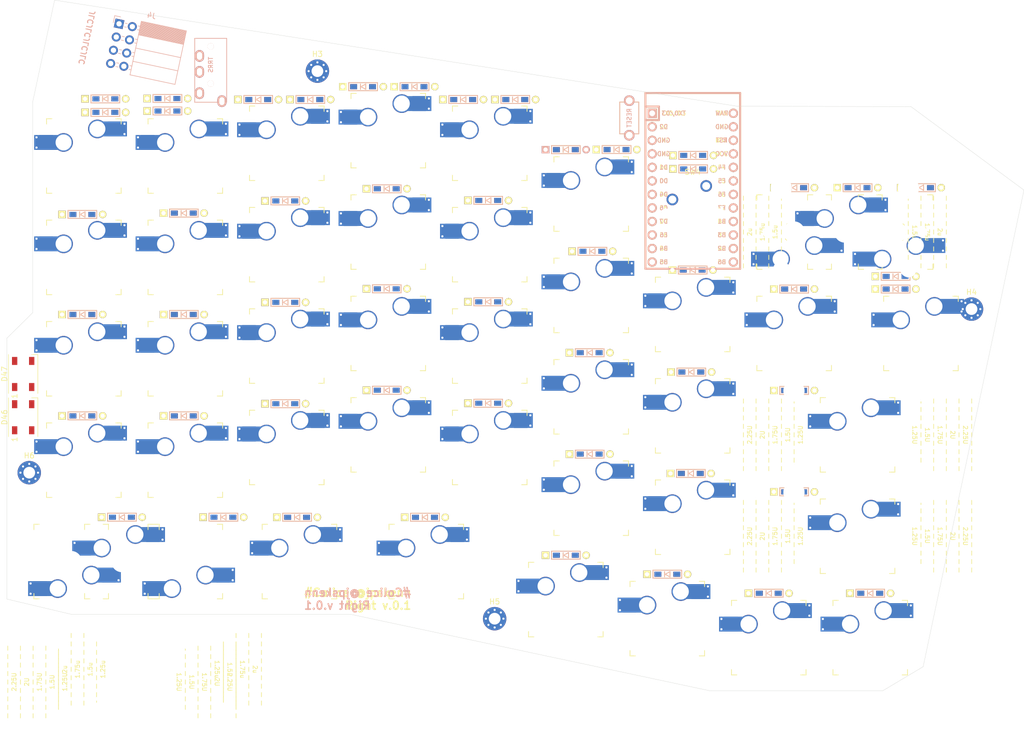
<source format=kicad_pcb>
(kicad_pcb (version 20171130) (host pcbnew "(5.1.5-0-10_14)")
  (layers (0 F.Cu signal) (31 B.Cu signal) (34 B.Paste user) (35 F.Paste user) (36 B.SilkS user) (37 F.SilkS user) (38 B.Mask user) (39 F.Mask user) (44 Edge.Cuts user))
  (net 0 "")
  (net 1 pin6)
  (net 2 pin1)
  (net 3 pin2)
  (net 4 pin3)
  (net 5 pin4)
  (net 6 pin5)
  (net 7 pin7)
  (net 8 "Net-(D8-Pad2)")
  (net 9 "Net-(D9-Pad2)")
  (net 10 "Net-(D11-Pad2)")
  (net 11 "Net-(D12-Pad2)")
  (net 12 pin8)
  (net 13 "Net-(D14-Pad2)")
  (net 14 "Net-(D17-Pad2)")
  (net 15 "Net-(D18-Pad2)")
  (net 16 pin9)
  (net 17 "Net-(D20-Pad2)")
  (net 18 "Net-(D21-Pad2)")
  (net 19 "Net-(D23-Pad2)")
  (net 20 "Net-(D24-Pad2)")
  (net 21 pin10)
  (net 22 "Net-(D26-Pad2)")
  (net 23 "Net-(D27-Pad2)")
  (net 24 "Net-(D29-Pad2)")
  (net 25 "Net-(D30-Pad2)")
  (net 26 "Net-(D32-Pad2)")
  (net 27 "Net-(D33-Pad2)")
  (net 28 "Net-(D35-Pad2)")
  (net 29 "Net-(D36-Pad2)")
  (net 30 "Net-(D38-Pad2)")
  (net 31 "Net-(D41-Pad2)")
  (net 32 "Net-(D42-Pad2)")
  (net 33 "Net-(D44-Pad2)")
  (net 34 "Net-(D45-Pad2)")
  (net 35 "Net-(D46-Pad2)")
  (net 36 "Net-(D47-Pad2)")
  (net 37 data)
  (net 38 led)
  (net 39 GND1)
  (net 40 VCC)
  (net 41 "Net-(J3-PadA)")
  (net 42 "Net-(J4-Pad6)")
  (net 43 "Net-(J4-Pad7)")
  (net 44 "Net-(J4-Pad8)")
  (net 45 reset)
  (net 46 "Net-(U1-Pad24)")
  (net 47 "Net-(D1-Pad1)")
  (net 48 "Net-(D2-Pad2)")
  (net 49 "Net-(D5-Pad2)")
  (net 50 "Net-(D6-Pad2)")
  (net 51 "Net-(D7-Pad2)")
  (net 52 "Net-(D13-Pad2)")
  (net 53 "Net-(D19-Pad2)")
  (net 54 "Net-(D25-Pad2)")
  (net 55 "Net-(D31-Pad2)")
  (net 56 "Net-(D37-Pad2)")
  (net 57 "Net-(D43-Pad2)")
  (net 58 "Net-(D3-Pad2)")
  (net 59 "Net-(D4-Pad1)")
  (net 60 "Net-(D10-Pad1)")
  (net 61 "Net-(D16-Pad1)")
  (net 62 "Net-(D22-Pad1)")
  (net 63 "Net-(D28-Pad1)")
  (net 64 "Net-(D34-Pad1)")
  (net 65 "Net-(U1-Pad5)")
  (net 66 "Net-(U1-Pad6)")
  (net 67 "Net-(U1-Pad7)")
  (net 68 "Net-(U1-Pad18)")
  (net 69 "Net-(U1-Pad19)")
  (net 70 "Net-(U1-Pad20)")
  (net 71 "Net-(D15-Pad1)")
  (net 72 "Net-(D39-Pad2)")
  (net 73 "Net-(D48-Pad2)")
  (net 74 "Net-(D49-Pad2)")
  (net 75 "Net-(D50-Pad2)")
  (net 76 "Net-(D51-Pad2)")
  (net 77 "Net-(D52-Pad2)")
  (net 78 "Net-(D53-Pad2)")
  (module SMK_SU120:CherryMX_MidHeight_Choc_Hotswap_2U_Outline (layer F.Cu) (at 45.24375 140.49434)
    (fp_text reference "" hide)
    (fp_text value "" hide)
    (fp_text user 2u (at -17.859375 0 90 unlocked) (layer F.SilkS) (effects (font (size 0.8 0.8))))
    (fp_text user 1.75u (at -15.478125 0 90 unlocked) (layer F.SilkS) (effects (font (size 0.8 0.8))))
    (fp_text user 1.5u (at -13.096875 0 90 unlocked) (layer F.SilkS) (effects (font (size 0.8 0.8))))
    (fp_text user 1.25u (at -10.715625 0 90 unlocked) (layer F.SilkS) (effects (font (size 0.8 0.8))))
    (fp_text user 2u (at 17.859375 0 -90 unlocked) (layer F.SilkS) (effects (font (size 0.8 0.8))))
    (fp_text user 1.5u (at 13.096875 0 -90 unlocked) (layer F.SilkS) (effects (font (size 0.8 0.8))))
    (fp_text user 1.75u (at 15.478125 0 -90 unlocked) (layer F.SilkS) (effects (font (size 0.8 0.8))))
    (fp_text user 1.25u (at 10.715625 0 -90 unlocked) (layer F.SilkS) (effects (font (size 0.8 0.8))))
    (pad "" np_thru_hole circle (at 11.938 8.255) (size 3.9878 3.9878) (drill 3.9878) (layers *.Cu *.Mask))
    (pad "" np_thru_hole circle (at -11.938 8.255) (size 3.9878 3.9878) (drill 3.9878) (layers *.Cu *.Mask))
    (pad "" np_thru_hole circle (at 11.938 -6.985) (size 3.048 3.048) (drill 3.048) (layers *.Cu *.Mask))
    (pad "" np_thru_hole circle (at -11.938 -6.985) (size 3.048 3.048) (drill 3.048) (layers *.Cu *.Mask))
  )
  (module SMK_SU120:D3_TH_SMD (layer F.Cu) (at 46.64075 33.25805)
    (fp_text reference D34 hide)
    (fp_text value D hide)
    (pad 1 smd rect (at -1.775 0) (size 1.3 0.95) (layers F.Cu F.Paste F.Mask) (net 64 "Net-(D34-Pad1)"))
    (pad 2 smd rect (at 1.775 0) (size 1.3 0.95) (layers B.Cu B.Paste B.Mask) (net 5 pin4))
    (pad 1 smd rect (at -1.775 0) (size 1.3 0.95) (layers B.Cu B.Paste B.Mask) (net 64 "Net-(D34-Pad1)"))
    (pad 1 thru_hole rect (at -3.81 0) (size 1.397 1.397) (drill 0.8128) (layers *.Cu *.Mask F.SilkS) (net 64 "Net-(D34-Pad1)"))
    (pad 2 thru_hole circle (at 3.81 0) (size 1.397 1.397) (drill 0.8128) (layers *.Cu *.Mask F.SilkS) (net 5 pin4))
    (pad 2 smd rect (at 1.775 0) (size 1.3 0.95) (layers F.Cu F.Paste F.Mask) (net 5 pin4))
  )
  (module SMK_keebio:ArduinoProMicro (layer F.Cu) (at 145.2753 50.006175 270)
    (fp_text reference U1 hide)
    (fp_text value ProMicro hide)
    (fp_text user D2 (at -11.43 5.461) (layer B.SilkS) (effects (font (size 0.8 0.8)) (justify mirror)))
    (fp_text user D0 (at -1.27 5.461) (layer B.SilkS) (effects (font (size 0.8 0.8)) (justify mirror)))
    (fp_text user D1 (at -3.81 5.461) (layer B.SilkS) (effects (font (size 0.8 0.8)) (justify mirror)))
    (fp_text user GND (at -6.35 5.461) (layer B.SilkS) (effects (font (size 0.8 0.8)) (justify mirror)))
    (fp_text user GND (at -8.89 5.461) (layer B.SilkS) (effects (font (size 0.8 0.8)) (justify mirror)))
    (fp_text user D4 (at 1.27 5.461) (layer B.SilkS) (effects (font (size 0.8 0.8)) (justify mirror)))
    (fp_text user C6 (at 3.81 5.461) (layer B.SilkS) (effects (font (size 0.8 0.8)) (justify mirror)))
    (fp_text user D7 (at 6.35 5.461) (layer B.SilkS) (effects (font (size 0.8 0.8)) (justify mirror)))
    (fp_text user E6 (at 8.89 5.461) (layer B.SilkS) (effects (font (size 0.8 0.8)) (justify mirror)))
    (fp_text user B4 (at 11.43 5.461) (layer B.SilkS) (effects (font (size 0.8 0.8)) (justify mirror)))
    (fp_text user B5 (at 13.97 5.461) (layer B.SilkS) (effects (font (size 0.8 0.8)) (justify mirror)))
    (fp_text user B6 (at 13.97 -5.461) (layer B.SilkS) (effects (font (size 0.8 0.8)) (justify mirror)))
    (fp_text user B2 (at 11.43 -5.461) (layer F.SilkS) (effects (font (size 0.8 0.8))))
    (fp_text user B3 (at 8.89 -5.461) (layer B.SilkS) (effects (font (size 0.8 0.8)) (justify mirror)))
    (fp_text user B1 (at 6.35 -5.461) (layer B.SilkS) (effects (font (size 0.8 0.8)) (justify mirror)))
    (fp_text user F7 (at 3.81 -5.461) (layer F.SilkS) (effects (font (size 0.8 0.8))))
    (fp_text user F6 (at 1.27 -5.461) (layer F.SilkS) (effects (font (size 0.8 0.8))))
    (fp_text user F5 (at -1.27 -5.461) (layer F.SilkS) (effects (font (size 0.8 0.8))))
    (fp_text user F4 (at -3.81 -5.461) (layer B.SilkS) (effects (font (size 0.8 0.8)) (justify mirror)))
    (fp_text user VCC (at -6.35 -5.461) (layer B.SilkS) (effects (font (size 0.8 0.8)) (justify mirror)))
    (fp_text user GND (at -11.43 -5.461) (layer B.SilkS) (effects (font (size 0.8 0.8)) (justify mirror)))
    (fp_text user RAW (at -13.97 -5.461) (layer B.SilkS) (effects (font (size 0.8 0.8)) (justify mirror)))
    (fp_text user RAW (at -13.97 -5.461) (layer F.SilkS) (effects (font (size 0.8 0.8))))
    (fp_text user GND (at -11.43 -5.461) (layer F.SilkS) (effects (font (size 0.8 0.8))))
    (fp_text user ST (at -8.92 -5.73312) (layer F.SilkS) (effects (font (size 0.8 0.8))))
    (fp_text user VCC (at -6.35 -5.461) (layer F.SilkS) (effects (font (size 0.8 0.8))))
    (fp_text user F4 (at -3.81 -5.461) (layer F.SilkS) (effects (font (size 0.8 0.8))))
    (fp_text user F5 (at -1.27 -5.461) (layer B.SilkS) (effects (font (size 0.8 0.8)) (justify mirror)))
    (fp_text user F6 (at 1.27 -5.461) (layer B.SilkS) (effects (font (size 0.8 0.8)) (justify mirror)))
    (fp_text user F7 (at 3.81 -5.461) (layer B.SilkS) (effects (font (size 0.8 0.8)) (justify mirror)))
    (fp_text user B1 (at 6.35 -5.461) (layer F.SilkS) (effects (font (size 0.8 0.8))))
    (fp_text user B3 (at 8.89 -5.461) (layer F.SilkS) (effects (font (size 0.8 0.8))))
    (fp_text user B2 (at 11.43 -5.461) (layer B.SilkS) (effects (font (size 0.8 0.8)) (justify mirror)))
    (fp_text user B6 (at 13.97 -5.461) (layer F.SilkS) (effects (font (size 0.8 0.8))))
    (fp_text user B5 (at 13.97 5.461) (layer F.SilkS) (effects (font (size 0.8 0.8))))
    (fp_text user B4 (at 11.43 5.461) (layer F.SilkS) (effects (font (size 0.8 0.8))))
    (fp_text user E6 (at 8.89 5.461) (layer F.SilkS) (effects (font (size 0.8 0.8))))
    (fp_text user D7 (at 6.35 5.461) (layer F.SilkS) (effects (font (size 0.8 0.8))))
    (fp_text user C6 (at 3.81 5.461) (layer F.SilkS) (effects (font (size 0.8 0.8))))
    (fp_text user D4 (at 1.27 5.461) (layer F.SilkS) (effects (font (size 0.8 0.8))))
    (fp_text user GND (at -8.89 5.461) (layer F.SilkS) (effects (font (size 0.8 0.8))))
    (fp_text user GND (at -6.35 5.461) (layer F.SilkS) (effects (font (size 0.8 0.8))))
    (fp_text user D1 (at -3.81 5.461) (layer F.SilkS) (effects (font (size 0.8 0.8))))
    (fp_text user D0 (at -1.27 5.461) (layer F.SilkS) (effects (font (size 0.8 0.8))))
    (fp_text user D2 (at -11.43 5.461) (layer F.SilkS) (effects (font (size 0.8 0.8))))
    (fp_text user TX0/D3 (at -13.97 3.571872) (layer B.SilkS) (effects (font (size 0.8 0.8)) (justify mirror)))
    (fp_text user TX0/D3 (at -13.97 3.571872) (layer F.SilkS) (effects (font (size 0.8 0.8))))
    (fp_text user ST (at -8.91 -5.04) (layer B.SilkS) (effects (font (size 0.8 0.8)) (justify mirror)))
    (pad 1 thru_hole rect (at -13.97 7.62 270) (size 1.7526 1.7526) (drill 1.0922) (layers *.Cu *.SilkS *.Mask) (net 38 led))
    (pad 2 thru_hole circle (at -11.43 7.62 270) (size 1.7526 1.7526) (drill 1.0922) (layers *.Cu *.SilkS *.Mask) (net 37 data))
    (pad 3 thru_hole circle (at -8.89 7.62 270) (size 1.7526 1.7526) (drill 1.0922) (layers *.Cu *.SilkS *.Mask) (net 39 GND1))
    (pad 4 thru_hole circle (at -6.35 7.62 270) (size 1.7526 1.7526) (drill 1.0922) (layers *.Cu *.SilkS *.Mask) (net 39 GND1))
    (pad 5 thru_hole circle (at -3.81 7.62 270) (size 1.7526 1.7526) (drill 1.0922) (layers *.Cu *.SilkS *.Mask) (net 65 "Net-(U1-Pad5)"))
    (pad 6 thru_hole circle (at -1.27 7.62 270) (size 1.7526 1.7526) (drill 1.0922) (layers *.Cu *.SilkS *.Mask) (net 66 "Net-(U1-Pad6)"))
    (pad 7 thru_hole circle (at 1.27 7.62 270) (size 1.7526 1.7526) (drill 1.0922) (layers *.Cu *.SilkS *.Mask) (net 67 "Net-(U1-Pad7)"))
    (pad 8 thru_hole circle (at 3.81 7.62 270) (size 1.7526 1.7526) (drill 1.0922) (layers *.Cu *.SilkS *.Mask) (net 1 pin6))
    (pad 9 thru_hole circle (at 6.35 7.62 270) (size 1.7526 1.7526) (drill 1.0922) (layers *.Cu *.SilkS *.Mask) (net 7 pin7))
    (pad 10 thru_hole circle (at 8.89 7.62 270) (size 1.7526 1.7526) (drill 1.0922) (layers *.Cu *.SilkS *.Mask) (net 12 pin8))
    (pad 11 thru_hole circle (at 11.43 7.62 270) (size 1.7526 1.7526) (drill 1.0922) (layers *.Cu *.SilkS *.Mask) (net 16 pin9))
    (pad 13 thru_hole circle (at 13.97 -7.62 270) (size 1.7526 1.7526) (drill 1.0922) (layers *.Cu *.SilkS *.Mask) (net 6 pin5))
    (pad 14 thru_hole circle (at 11.43 -7.62 270) (size 1.7526 1.7526) (drill 1.0922) (layers *.Cu *.SilkS *.Mask) (net 5 pin4))
    (pad 15 thru_hole circle (at 8.89 -7.62 270) (size 1.7526 1.7526) (drill 1.0922) (layers *.Cu *.SilkS *.Mask) (net 4 pin3))
    (pad 16 thru_hole circle (at 6.35 -7.62 270) (size 1.7526 1.7526) (drill 1.0922) (layers *.Cu *.SilkS *.Mask) (net 3 pin2))
    (pad 17 thru_hole circle (at 3.81 -7.62 270) (size 1.7526 1.7526) (drill 1.0922) (layers *.Cu *.SilkS *.Mask) (net 2 pin1))
    (pad 18 thru_hole circle (at 1.27 -7.62 270) (size 1.7526 1.7526) (drill 1.0922) (layers *.Cu *.SilkS *.Mask) (net 68 "Net-(U1-Pad18)"))
    (pad 19 thru_hole circle (at -1.27 -7.62 270) (size 1.7526 1.7526) (drill 1.0922) (layers *.Cu *.SilkS *.Mask) (net 69 "Net-(U1-Pad19)"))
    (pad 20 thru_hole circle (at -3.81 -7.62 270) (size 1.7526 1.7526) (drill 1.0922) (layers *.Cu *.SilkS *.Mask) (net 70 "Net-(U1-Pad20)"))
    (pad 21 thru_hole circle (at -6.35 -7.62 270) (size 1.7526 1.7526) (drill 1.0922) (layers *.Cu *.SilkS *.Mask) (net 40 VCC))
    (pad 22 thru_hole circle (at -8.89 -7.62 270) (size 1.7526 1.7526) (drill 1.0922) (layers *.Cu *.SilkS *.Mask) (net 45 reset))
    (pad 23 thru_hole circle (at -11.43 -7.62 270) (size 1.7526 1.7526) (drill 1.0922) (layers *.Cu *.SilkS *.Mask) (net 39 GND1))
    (pad 12 thru_hole circle (at 13.97 7.62 270) (size 1.7526 1.7526) (drill 1.0922) (layers *.Cu *.SilkS *.Mask) (net 21 pin10))
    (pad 24 thru_hole circle (at -13.97 -7.62 270) (size 1.7526 1.7526) (drill 1.0922) (layers *.Cu *.SilkS *.Mask) (net 46 "Net-(U1-Pad24)"))
  )
  (module SMK_SU120:D3_TH_SMD (layer F.Cu) (at 34.9885 33.32155)
    (fp_text reference D40 hide)
    (fp_text value D hide)
    (pad 2 smd rect (at 1.775 0) (size 1.3 0.95) (layers F.Cu F.Paste F.Mask) (net 6 pin5))
    (pad 2 thru_hole circle (at 3.81 0) (size 1.397 1.397) (drill 0.8128) (layers *.Cu *.Mask F.SilkS) (net 6 pin5))
    (pad 1 thru_hole rect (at -3.81 0) (size 1.397 1.397) (drill 0.8128) (layers *.Cu *.Mask F.SilkS) (net 21 pin10))
    (pad 1 smd rect (at -1.775 0) (size 1.3 0.95) (layers B.Cu B.Paste B.Mask) (net 21 pin10))
    (pad 2 smd rect (at 1.775 0) (size 1.3 0.95) (layers B.Cu B.Paste B.Mask) (net 6 pin5))
    (pad 1 smd rect (at -1.775 0) (size 1.3 0.95) (layers F.Cu F.Paste F.Mask) (net 21 pin10))
  )
  (module SMK_SU120:D3_TH_SMD (layer F.Cu) (at 145.25625 65.48465)
    (fp_text reference D6 hide)
    (fp_text value D hide)
    (pad 2 smd rect (at 1.775 0) (size 1.3 0.95) (layers F.Cu F.Paste F.Mask) (net 50 "Net-(D6-Pad2)"))
    (pad 2 thru_hole circle (at 3.81 0) (size 1.397 1.397) (drill 0.8128) (layers *.Cu *.Mask F.SilkS) (net 50 "Net-(D6-Pad2)"))
    (pad 1 thru_hole rect (at -3.81 0) (size 1.397 1.397) (drill 0.8128) (layers *.Cu *.Mask F.SilkS) (net 3 pin2))
    (pad 1 smd rect (at -1.775 0) (size 1.3 0.95) (layers B.Cu B.Paste B.Mask) (net 3 pin2))
    (pad 2 smd rect (at 1.775 0) (size 1.3 0.95) (layers B.Cu B.Paste B.Mask) (net 50 "Net-(D6-Pad2)"))
    (pad 1 smd rect (at -1.775 0) (size 1.3 0.95) (layers F.Cu F.Paste F.Mask) (net 3 pin2))
  )
  (module SMK_foostan:CherryMX_Hotswap_v2 (layer F.Cu) (at 140.49375 130.9693)
    (fp_text reference SW8)
    (fp_text value SW_Push)
    (pad 2 thru_hole circle (at 2.54 -5.08) (size 3.5 3.5) (drill 3) (layers *.Cu) (net 9 "Net-(D9-Pad2)"))
    (pad "" np_thru_hole circle (at 0 0) (size 3.9878 3.9878) (drill 3.9878) (layers *.Cu *.Mask))
    (pad 1 thru_hole circle (at -3.81 -2.54) (size 3.5 3.5) (drill 3) (layers *.Cu) (net 59 "Net-(D4-Pad1)"))
    (pad "" np_thru_hole circle (at -5.08 0 48.0996) (size 1.75 1.75) (drill 1.75) (layers *.Cu *.Mask))
    (pad "" np_thru_hole circle (at 5.08 0 48.0996) (size 1.75 1.75) (drill 1.75) (layers *.Cu *.Mask))
    (pad 1 smd rect (at -7.084999 -2.54) (size 2.55 2.8) (layers B.Cu B.Paste B.Mask) (net 59 "Net-(D4-Pad1)"))
    (pad 2 smd rect (at 5.815 -5.08) (size 2.55 2.8) (layers B.Cu B.Paste B.Mask) (net 9 "Net-(D9-Pad2)"))
    (pad 1 thru_hole circle (at -8.89 -3.502) (size 0.8 0.8) (drill 0.4) (layers *.Cu) (net 59 "Net-(D4-Pad1)"))
    (pad 2 thru_hole circle (at 7.62 -6.042) (size 0.8 0.8) (drill 0.4) (layers *.Cu) (net 9 "Net-(D9-Pad2)"))
    (pad 1 thru_hole circle (at -8.89 -1.578) (size 0.8 0.8) (drill 0.4) (layers *.Cu) (net 59 "Net-(D4-Pad1)"))
    (pad 2 thru_hole circle (at 7.62 -4.118) (size 0.8 0.8) (drill 0.4) (layers *.Cu) (net 9 "Net-(D9-Pad2)"))
    (pad 1 smd rect (at -7.085 -2.54) (size 4.5 2.8) (layers B.Cu) (net 59 "Net-(D4-Pad1)"))
    (pad 2 smd rect (at 5.842 -5.08) (size 4.5 2.8) (layers B.Cu) (net 9 "Net-(D9-Pad2)"))
  )
  (module SMK_SU120:D3_TH_SMD (layer F.Cu) (at 102.1715 33.44855)
    (fp_text reference D16 hide)
    (fp_text value D hide)
    (pad 2 smd rect (at 1.775 0) (size 1.3 0.95) (layers F.Cu F.Paste F.Mask) (net 2 pin1))
    (pad 2 thru_hole circle (at 3.81 0) (size 1.397 1.397) (drill 0.8128) (layers *.Cu *.Mask F.SilkS) (net 2 pin1))
    (pad 1 thru_hole rect (at -3.81 0) (size 1.397 1.397) (drill 0.8128) (layers *.Cu *.Mask F.SilkS) (net 61 "Net-(D16-Pad1)"))
    (pad 1 smd rect (at -1.775 0) (size 1.3 0.95) (layers B.Cu B.Paste B.Mask) (net 61 "Net-(D16-Pad1)"))
    (pad 2 smd rect (at 1.775 0) (size 1.3 0.95) (layers B.Cu B.Paste B.Mask) (net 2 pin1))
    (pad 1 smd rect (at -1.775 0) (size 1.3 0.95) (layers F.Cu F.Paste F.Mask) (net 61 "Net-(D16-Pad1)"))
  )
  (module SMK_SU120:D3_TH_SMD (layer F.Cu) (at 130.96875 42.84655)
    (fp_text reference D11 hide)
    (fp_text value D hide)
    (pad 2 smd rect (at 1.775 0) (size 1.3 0.95) (layers F.Cu F.Paste F.Mask) (net 10 "Net-(D11-Pad2)"))
    (pad 2 thru_hole circle (at 3.81 0) (size 1.397 1.397) (drill 0.8128) (layers *.Cu *.Mask F.SilkS) (net 10 "Net-(D11-Pad2)"))
    (pad 1 thru_hole rect (at -3.81 0) (size 1.397 1.397) (drill 0.8128) (layers *.Cu *.Mask F.SilkS) (net 2 pin1))
    (pad 1 smd rect (at -1.775 0) (size 1.3 0.95) (layers B.Cu B.Paste B.Mask) (net 2 pin1))
    (pad 2 smd rect (at 1.775 0) (size 1.3 0.95) (layers B.Cu B.Paste B.Mask) (net 10 "Net-(D11-Pad2)"))
    (pad 1 smd rect (at -1.775 0) (size 1.3 0.95) (layers F.Cu F.Paste F.Mask) (net 2 pin1))
  )
  (module SMK_foostan:CherryMX_Hotswap_v2 (layer F.Cu) (at 173.83125 58.34087)
    (fp_text reference SW2)
    (fp_text value SW_Push)
    (pad 2 thru_hole circle (at 2.54 -5.08) (size 3.5 3.5) (drill 3) (layers *.Cu) (net 48 "Net-(D2-Pad2)"))
    (pad "" np_thru_hole circle (at 0 0) (size 3.9878 3.9878) (drill 3.9878) (layers *.Cu *.Mask))
    (pad 1 thru_hole circle (at -3.81 -2.54) (size 3.5 3.5) (drill 3) (layers *.Cu) (net 47 "Net-(D1-Pad1)"))
    (pad "" np_thru_hole circle (at -5.08 0 48.0996) (size 1.75 1.75) (drill 1.75) (layers *.Cu *.Mask))
    (pad "" np_thru_hole circle (at 5.08 0 48.0996) (size 1.75 1.75) (drill 1.75) (layers *.Cu *.Mask))
    (pad 1 smd rect (at -7.085 -2.54) (size 2.55 2.8) (layers B.Cu B.Paste B.Mask) (net 47 "Net-(D1-Pad1)"))
    (pad 2 smd rect (at 5.815 -5.08) (size 2.55 2.8) (layers B.Cu B.Paste B.Mask) (net 48 "Net-(D2-Pad2)"))
    (pad 1 thru_hole circle (at -8.89 -3.502) (size 0.8 0.8) (drill 0.4) (layers *.Cu) (net 47 "Net-(D1-Pad1)"))
    (pad 2 thru_hole circle (at 7.62 -6.042) (size 0.8 0.8) (drill 0.4) (layers *.Cu) (net 48 "Net-(D2-Pad2)"))
    (pad 1 thru_hole circle (at -8.89 -1.578) (size 0.8 0.8) (drill 0.4) (layers *.Cu) (net 47 "Net-(D1-Pad1)"))
    (pad 2 thru_hole circle (at 7.62 -4.118) (size 0.8 0.8) (drill 0.4) (layers *.Cu) (net 48 "Net-(D2-Pad2)"))
    (pad 1 smd rect (at -7.085 -2.54) (size 4.5 2.8) (layers B.Cu) (net 47 "Net-(D1-Pad1)"))
    (pad 2 smd rect (at 5.842 -5.08) (size 4.5 2.8) (layers B.Cu) (net 48 "Net-(D2-Pad2)"))
  )
  (module SMK_SU120:D3_TH_SMD (layer F.Cu) (at 164.30625 50.00646)
    (fp_text reference D1 hide)
    (fp_text value D hide)
    (pad 2 smd rect (at 1.775 0) (size 1.3 0.95) (layers F.Cu F.Paste F.Mask) (net 12 pin8))
    (pad 2 thru_hole circle (at 3.81 0) (size 1.397 1.397) (drill 0.8128) (layers *.Cu *.Mask F.SilkS) (net 12 pin8))
    (pad 1 thru_hole rect (at -3.81 0) (size 1.397 1.397) (drill 0.8128) (layers *.Cu *.Mask F.SilkS) (net 47 "Net-(D1-Pad1)"))
    (pad 1 smd rect (at -1.775 0) (size 1.3 0.95) (layers B.Cu B.Paste B.Mask) (net 47 "Net-(D1-Pad1)"))
    (pad 2 smd rect (at 1.775 0) (size 1.3 0.95) (layers B.Cu B.Paste B.Mask) (net 12 pin8))
    (pad 1 smd rect (at -1.775 0) (size 1.3 0.95) (layers F.Cu F.Paste F.Mask) (net 47 "Net-(D1-Pad1)"))
  )
  (module SMK_SU120:D3_TH_SMD (layer F.Cu) (at 176.2125 50.00646)
    (fp_text reference D2 hide)
    (fp_text value D hide)
    (pad 2 smd rect (at 1.775 0) (size 1.3 0.95) (layers F.Cu F.Paste F.Mask) (net 48 "Net-(D2-Pad2)"))
    (pad 2 thru_hole circle (at 3.81 0) (size 1.397 1.397) (drill 0.8128) (layers *.Cu *.Mask F.SilkS) (net 48 "Net-(D2-Pad2)"))
    (pad 1 thru_hole rect (at -3.81 0) (size 1.397 1.397) (drill 0.8128) (layers *.Cu *.Mask F.SilkS) (net 2 pin1))
    (pad 1 smd rect (at -1.775 0) (size 1.3 0.95) (layers B.Cu B.Paste B.Mask) (net 2 pin1))
    (pad 2 smd rect (at 1.775 0) (size 1.3 0.95) (layers B.Cu B.Paste B.Mask) (net 48 "Net-(D2-Pad2)"))
    (pad 1 smd rect (at -1.775 0) (size 1.3 0.95) (layers F.Cu F.Paste F.Mask) (net 2 pin1))
  )
  (module SMK_SU120:D3_TH_SMD (layer F.Cu) (at 145.3515 43.941925)
    (fp_text reference D4 hide)
    (fp_text value D hide)
    (pad 1 smd rect (at -1.775 0) (size 1.3 0.95) (layers F.Cu F.Paste F.Mask) (net 59 "Net-(D4-Pad1)"))
    (pad 2 smd rect (at 1.775 0) (size 1.3 0.95) (layers B.Cu B.Paste B.Mask) (net 16 pin9))
    (pad 1 smd rect (at -1.775 0) (size 1.3 0.95) (layers B.Cu B.Paste B.Mask) (net 59 "Net-(D4-Pad1)"))
    (pad 1 thru_hole rect (at -3.81 0) (size 1.397 1.397) (drill 0.8128) (layers *.Cu *.Mask F.SilkS) (net 59 "Net-(D4-Pad1)"))
    (pad 2 thru_hole circle (at 3.81 0) (size 1.397 1.397) (drill 0.8128) (layers *.Cu *.Mask F.SilkS) (net 16 pin9))
    (pad 2 smd rect (at 1.775 0) (size 1.3 0.95) (layers F.Cu F.Paste F.Mask) (net 16 pin9))
  )
  (module SMK_SU120:D3_TH_SMD (layer F.Cu) (at 145.3515 46.481925)
    (fp_text reference D5 hide)
    (fp_text value D hide)
    (pad 2 smd rect (at 1.775 0) (size 1.3 0.95) (layers F.Cu F.Paste F.Mask) (net 49 "Net-(D5-Pad2)"))
    (pad 2 thru_hole circle (at 3.81 0) (size 1.397 1.397) (drill 0.8128) (layers *.Cu *.Mask F.SilkS) (net 49 "Net-(D5-Pad2)"))
    (pad 1 thru_hole rect (at -3.81 0) (size 1.397 1.397) (drill 0.8128) (layers *.Cu *.Mask F.SilkS) (net 2 pin1))
    (pad 1 smd rect (at -1.775 0) (size 1.3 0.95) (layers B.Cu B.Paste B.Mask) (net 2 pin1))
    (pad 2 smd rect (at 1.775 0) (size 1.3 0.95) (layers B.Cu B.Paste B.Mask) (net 49 "Net-(D5-Pad2)"))
    (pad 1 smd rect (at -1.775 0) (size 1.3 0.95) (layers F.Cu F.Paste F.Mask) (net 2 pin1))
  )
  (module SMK_SU120:D3_TH_SMD (layer F.Cu) (at 145.00225 84.645425)
    (fp_text reference D7 hide)
    (fp_text value D hide)
    (pad 2 smd rect (at 1.775 0) (size 1.3 0.95) (layers F.Cu F.Paste F.Mask) (net 51 "Net-(D7-Pad2)"))
    (pad 2 thru_hole circle (at 3.81 0) (size 1.397 1.397) (drill 0.8128) (layers *.Cu *.Mask F.SilkS) (net 51 "Net-(D7-Pad2)"))
    (pad 1 thru_hole rect (at -3.81 0) (size 1.397 1.397) (drill 0.8128) (layers *.Cu *.Mask F.SilkS) (net 4 pin3))
    (pad 1 smd rect (at -1.775 0) (size 1.3 0.95) (layers B.Cu B.Paste B.Mask) (net 4 pin3))
    (pad 2 smd rect (at 1.775 0) (size 1.3 0.95) (layers B.Cu B.Paste B.Mask) (net 51 "Net-(D7-Pad2)"))
    (pad 1 smd rect (at -1.775 0) (size 1.3 0.95) (layers F.Cu F.Paste F.Mask) (net 4 pin3))
  )
  (module SMK_SU120:D3_TH_SMD (layer F.Cu) (at 144.907 103.695425)
    (fp_text reference D8 hide)
    (fp_text value D hide)
    (pad 2 smd rect (at 1.775 0) (size 1.3 0.95) (layers F.Cu F.Paste F.Mask) (net 8 "Net-(D8-Pad2)"))
    (pad 2 thru_hole circle (at 3.81 0) (size 1.397 1.397) (drill 0.8128) (layers *.Cu *.Mask F.SilkS) (net 8 "Net-(D8-Pad2)"))
    (pad 1 thru_hole rect (at -3.81 0) (size 1.397 1.397) (drill 0.8128) (layers *.Cu *.Mask F.SilkS) (net 5 pin4))
    (pad 1 smd rect (at -1.775 0) (size 1.3 0.95) (layers B.Cu B.Paste B.Mask) (net 5 pin4))
    (pad 2 smd rect (at 1.775 0) (size 1.3 0.95) (layers B.Cu B.Paste B.Mask) (net 8 "Net-(D8-Pad2)"))
    (pad 1 smd rect (at -1.775 0) (size 1.3 0.95) (layers F.Cu F.Paste F.Mask) (net 5 pin4))
  )
  (module SMK_SU120:D3_TH_SMD (layer F.Cu) (at 140.49375 122.63489)
    (fp_text reference D9 hide)
    (fp_text value D hide)
    (pad 2 smd rect (at 1.775 0) (size 1.3 0.95) (layers F.Cu F.Paste F.Mask) (net 9 "Net-(D9-Pad2)"))
    (pad 2 thru_hole circle (at 3.81 0) (size 1.397 1.397) (drill 0.8128) (layers *.Cu *.Mask F.SilkS) (net 9 "Net-(D9-Pad2)"))
    (pad 1 thru_hole rect (at -3.81 0) (size 1.397 1.397) (drill 0.8128) (layers *.Cu *.Mask F.SilkS) (net 6 pin5))
    (pad 1 smd rect (at -1.775 0) (size 1.3 0.95) (layers B.Cu B.Paste B.Mask) (net 6 pin5))
    (pad 2 smd rect (at 1.775 0) (size 1.3 0.95) (layers B.Cu B.Paste B.Mask) (net 9 "Net-(D9-Pad2)"))
    (pad 1 smd rect (at -1.775 0) (size 1.3 0.95) (layers F.Cu F.Paste F.Mask) (net 6 pin5))
  )
  (module SMK_SU120:D3_TH_SMD (layer B.Cu) (at 121.44375 42.86268)
    (fp_text reference D10 hide)
    (fp_text value D hide)
    (pad 2 smd rect (at 1.775 0) (size 1.3 0.95) (layers B.Cu B.Paste B.Mask) (net 21 pin10))
    (pad 2 thru_hole circle (at 3.81 0) (size 1.397 1.397) (drill 0.8128) (layers *.Cu *.Mask B.SilkS) (net 21 pin10))
    (pad 1 thru_hole rect (at -3.81 0) (size 1.397 1.397) (drill 0.8128) (layers *.Cu *.Mask B.SilkS) (net 60 "Net-(D10-Pad1)"))
    (pad 1 smd rect (at -1.775 0) (size 1.3 0.95) (layers F.Cu F.Paste F.Mask) (net 60 "Net-(D10-Pad1)"))
    (pad 2 smd rect (at 1.775 0) (size 1.3 0.95) (layers F.Cu F.Paste F.Mask) (net 21 pin10))
    (pad 1 smd rect (at -1.775 0) (size 1.3 0.95) (layers B.Cu B.Paste B.Mask) (net 60 "Net-(D10-Pad1)"))
  )
  (module SMK_SU120:D3_TH_SMD (layer F.Cu) (at 126.4285 61.96005)
    (fp_text reference D12 hide)
    (fp_text value D hide)
    (pad 2 smd rect (at 1.775 0) (size 1.3 0.95) (layers F.Cu F.Paste F.Mask) (net 11 "Net-(D12-Pad2)"))
    (pad 2 thru_hole circle (at 3.81 0) (size 1.397 1.397) (drill 0.8128) (layers *.Cu *.Mask F.SilkS) (net 11 "Net-(D12-Pad2)"))
    (pad 1 thru_hole rect (at -3.81 0) (size 1.397 1.397) (drill 0.8128) (layers *.Cu *.Mask F.SilkS) (net 3 pin2))
    (pad 1 smd rect (at -1.775 0) (size 1.3 0.95) (layers B.Cu B.Paste B.Mask) (net 3 pin2))
    (pad 2 smd rect (at 1.775 0) (size 1.3 0.95) (layers B.Cu B.Paste B.Mask) (net 11 "Net-(D12-Pad2)"))
    (pad 1 smd rect (at -1.775 0) (size 1.3 0.95) (layers F.Cu F.Paste F.Mask) (net 3 pin2))
  )
  (module SMK_SU120:D3_TH_SMD (layer F.Cu) (at 125.9205 81.01005)
    (fp_text reference D13 hide)
    (fp_text value D hide)
    (pad 2 smd rect (at 1.775 0) (size 1.3 0.95) (layers F.Cu F.Paste F.Mask) (net 52 "Net-(D13-Pad2)"))
    (pad 2 thru_hole circle (at 3.81 0) (size 1.397 1.397) (drill 0.8128) (layers *.Cu *.Mask F.SilkS) (net 52 "Net-(D13-Pad2)"))
    (pad 1 thru_hole rect (at -3.81 0) (size 1.397 1.397) (drill 0.8128) (layers *.Cu *.Mask F.SilkS) (net 4 pin3))
    (pad 1 smd rect (at -1.775 0) (size 1.3 0.95) (layers B.Cu B.Paste B.Mask) (net 4 pin3))
    (pad 2 smd rect (at 1.775 0) (size 1.3 0.95) (layers B.Cu B.Paste B.Mask) (net 52 "Net-(D13-Pad2)"))
    (pad 1 smd rect (at -1.775 0) (size 1.3 0.95) (layers F.Cu F.Paste F.Mask) (net 4 pin3))
  )
  (module SMK_SU120:D3_TH_SMD (layer F.Cu) (at 125.9205 100.06005)
    (fp_text reference D14 hide)
    (fp_text value D hide)
    (pad 2 smd rect (at 1.775 0) (size 1.3 0.95) (layers F.Cu F.Paste F.Mask) (net 13 "Net-(D14-Pad2)"))
    (pad 2 thru_hole circle (at 3.81 0) (size 1.397 1.397) (drill 0.8128) (layers *.Cu *.Mask F.SilkS) (net 13 "Net-(D14-Pad2)"))
    (pad 1 thru_hole rect (at -3.81 0) (size 1.397 1.397) (drill 0.8128) (layers *.Cu *.Mask F.SilkS) (net 5 pin4))
    (pad 1 smd rect (at -1.775 0) (size 1.3 0.95) (layers B.Cu B.Paste B.Mask) (net 5 pin4))
    (pad 2 smd rect (at 1.775 0) (size 1.3 0.95) (layers B.Cu B.Paste B.Mask) (net 13 "Net-(D14-Pad2)"))
    (pad 1 smd rect (at -1.775 0) (size 1.3 0.95) (layers F.Cu F.Paste F.Mask) (net 5 pin4))
  )
  (module SMK_SU120:D3_TH_SMD (layer F.Cu) (at 111.9505 33.44855)
    (fp_text reference D17 hide)
    (fp_text value D hide)
    (pad 2 smd rect (at 1.775 0) (size 1.3 0.95) (layers F.Cu F.Paste F.Mask) (net 14 "Net-(D17-Pad2)"))
    (pad 2 thru_hole circle (at 3.81 0) (size 1.397 1.397) (drill 0.8128) (layers *.Cu *.Mask F.SilkS) (net 14 "Net-(D17-Pad2)"))
    (pad 1 thru_hole rect (at -3.81 0) (size 1.397 1.397) (drill 0.8128) (layers *.Cu *.Mask F.SilkS) (net 1 pin6))
    (pad 1 smd rect (at -1.775 0) (size 1.3 0.95) (layers B.Cu B.Paste B.Mask) (net 1 pin6))
    (pad 2 smd rect (at 1.775 0) (size 1.3 0.95) (layers B.Cu B.Paste B.Mask) (net 14 "Net-(D17-Pad2)"))
    (pad 1 smd rect (at -1.775 0) (size 1.3 0.95) (layers F.Cu F.Paste F.Mask) (net 1 pin6))
  )
  (module SMK_SU120:D3_TH_SMD (layer F.Cu) (at 106.8705 52.4033)
    (fp_text reference D18 hide)
    (fp_text value D hide)
    (pad 2 smd rect (at 1.775 0) (size 1.3 0.95) (layers F.Cu F.Paste F.Mask) (net 15 "Net-(D18-Pad2)"))
    (pad 2 thru_hole circle (at 3.81 0) (size 1.397 1.397) (drill 0.8128) (layers *.Cu *.Mask F.SilkS) (net 15 "Net-(D18-Pad2)"))
    (pad 1 thru_hole rect (at -3.81 0) (size 1.397 1.397) (drill 0.8128) (layers *.Cu *.Mask F.SilkS) (net 7 pin7))
    (pad 1 smd rect (at -1.775 0) (size 1.3 0.95) (layers B.Cu B.Paste B.Mask) (net 7 pin7))
    (pad 2 smd rect (at 1.775 0) (size 1.3 0.95) (layers B.Cu B.Paste B.Mask) (net 15 "Net-(D18-Pad2)"))
    (pad 1 smd rect (at -1.775 0) (size 1.3 0.95) (layers F.Cu F.Paste F.Mask) (net 7 pin7))
  )
  (module SMK_SU120:D3_TH_SMD (layer F.Cu) (at 106.8705 71.4533)
    (fp_text reference D19 hide)
    (fp_text value D hide)
    (pad 2 smd rect (at 1.775 0) (size 1.3 0.95) (layers F.Cu F.Paste F.Mask) (net 53 "Net-(D19-Pad2)"))
    (pad 2 thru_hole circle (at 3.81 0) (size 1.397 1.397) (drill 0.8128) (layers *.Cu *.Mask F.SilkS) (net 53 "Net-(D19-Pad2)"))
    (pad 1 thru_hole rect (at -3.81 0) (size 1.397 1.397) (drill 0.8128) (layers *.Cu *.Mask F.SilkS) (net 12 pin8))
    (pad 1 smd rect (at -1.775 0) (size 1.3 0.95) (layers B.Cu B.Paste B.Mask) (net 12 pin8))
    (pad 2 smd rect (at 1.775 0) (size 1.3 0.95) (layers B.Cu B.Paste B.Mask) (net 53 "Net-(D19-Pad2)"))
    (pad 1 smd rect (at -1.775 0) (size 1.3 0.95) (layers F.Cu F.Paste F.Mask) (net 12 pin8))
  )
  (module SMK_SU120:D3_TH_SMD (layer F.Cu) (at 106.8705 90.5033)
    (fp_text reference D20 hide)
    (fp_text value D hide)
    (pad 2 smd rect (at 1.775 0) (size 1.3 0.95) (layers F.Cu F.Paste F.Mask) (net 17 "Net-(D20-Pad2)"))
    (pad 2 thru_hole circle (at 3.81 0) (size 1.397 1.397) (drill 0.8128) (layers *.Cu *.Mask F.SilkS) (net 17 "Net-(D20-Pad2)"))
    (pad 1 thru_hole rect (at -3.81 0) (size 1.397 1.397) (drill 0.8128) (layers *.Cu *.Mask F.SilkS) (net 16 pin9))
    (pad 1 smd rect (at -1.775 0) (size 1.3 0.95) (layers B.Cu B.Paste B.Mask) (net 16 pin9))
    (pad 2 smd rect (at 1.775 0) (size 1.3 0.95) (layers B.Cu B.Paste B.Mask) (net 17 "Net-(D20-Pad2)"))
    (pad 1 smd rect (at -1.775 0) (size 1.3 0.95) (layers F.Cu F.Paste F.Mask) (net 16 pin9))
  )
  (module SMK_SU120:D3_TH_SMD (layer F.Cu) (at 94.996 111.93455)
    (fp_text reference D21 hide)
    (fp_text value D hide)
    (pad 2 smd rect (at 1.775 0) (size 1.3 0.95) (layers F.Cu F.Paste F.Mask) (net 18 "Net-(D21-Pad2)"))
    (pad 2 thru_hole circle (at 3.81 0) (size 1.397 1.397) (drill 0.8128) (layers *.Cu *.Mask F.SilkS) (net 18 "Net-(D21-Pad2)"))
    (pad 1 thru_hole rect (at -3.81 0) (size 1.397 1.397) (drill 0.8128) (layers *.Cu *.Mask F.SilkS) (net 21 pin10))
    (pad 1 smd rect (at -1.775 0) (size 1.3 0.95) (layers B.Cu B.Paste B.Mask) (net 21 pin10))
    (pad 2 smd rect (at 1.775 0) (size 1.3 0.95) (layers B.Cu B.Paste B.Mask) (net 18 "Net-(D21-Pad2)"))
    (pad 1 smd rect (at -1.775 0) (size 1.3 0.95) (layers F.Cu F.Paste F.Mask) (net 21 pin10))
  )
  (module SMK_SU120:D3_TH_SMD (layer F.Cu) (at 83.3755 31.03555)
    (fp_text reference D22 hide)
    (fp_text value D hide)
    (pad 1 smd rect (at -1.775 0) (size 1.3 0.95) (layers F.Cu F.Paste F.Mask) (net 62 "Net-(D22-Pad1)"))
    (pad 2 smd rect (at 1.775 0) (size 1.3 0.95) (layers B.Cu B.Paste B.Mask) (net 3 pin2))
    (pad 1 smd rect (at -1.775 0) (size 1.3 0.95) (layers B.Cu B.Paste B.Mask) (net 62 "Net-(D22-Pad1)"))
    (pad 1 thru_hole rect (at -3.81 0) (size 1.397 1.397) (drill 0.8128) (layers *.Cu *.Mask F.SilkS) (net 62 "Net-(D22-Pad1)"))
    (pad 2 thru_hole circle (at 3.81 0) (size 1.397 1.397) (drill 0.8128) (layers *.Cu *.Mask F.SilkS) (net 3 pin2))
    (pad 2 smd rect (at 1.775 0) (size 1.3 0.95) (layers F.Cu F.Paste F.Mask) (net 3 pin2))
  )
  (module SMK_SU120:D3_TH_SMD (layer F.Cu) (at 93.0275 31.03555)
    (fp_text reference D23 hide)
    (fp_text value D hide)
    (pad 2 smd rect (at 1.775 0) (size 1.3 0.95) (layers F.Cu F.Paste F.Mask) (net 19 "Net-(D23-Pad2)"))
    (pad 2 thru_hole circle (at 3.81 0) (size 1.397 1.397) (drill 0.8128) (layers *.Cu *.Mask F.SilkS) (net 19 "Net-(D23-Pad2)"))
    (pad 1 thru_hole rect (at -3.81 0) (size 1.397 1.397) (drill 0.8128) (layers *.Cu *.Mask F.SilkS) (net 1 pin6))
    (pad 1 smd rect (at -1.775 0) (size 1.3 0.95) (layers B.Cu B.Paste B.Mask) (net 1 pin6))
    (pad 2 smd rect (at 1.775 0) (size 1.3 0.95) (layers B.Cu B.Paste B.Mask) (net 19 "Net-(D23-Pad2)"))
    (pad 1 smd rect (at -1.775 0) (size 1.3 0.95) (layers F.Cu F.Paste F.Mask) (net 1 pin6))
  )
  (module SMK_SU120:D3_TH_SMD (layer F.Cu) (at 87.8205 50.21255)
    (fp_text reference D24 hide)
    (fp_text value D hide)
    (pad 2 smd rect (at 1.775 0) (size 1.3 0.95) (layers F.Cu F.Paste F.Mask) (net 20 "Net-(D24-Pad2)"))
    (pad 2 thru_hole circle (at 3.81 0) (size 1.397 1.397) (drill 0.8128) (layers *.Cu *.Mask F.SilkS) (net 20 "Net-(D24-Pad2)"))
    (pad 1 thru_hole rect (at -3.81 0) (size 1.397 1.397) (drill 0.8128) (layers *.Cu *.Mask F.SilkS) (net 7 pin7))
    (pad 1 smd rect (at -1.775 0) (size 1.3 0.95) (layers B.Cu B.Paste B.Mask) (net 7 pin7))
    (pad 2 smd rect (at 1.775 0) (size 1.3 0.95) (layers B.Cu B.Paste B.Mask) (net 20 "Net-(D24-Pad2)"))
    (pad 1 smd rect (at -1.775 0) (size 1.3 0.95) (layers F.Cu F.Paste F.Mask) (net 7 pin7))
  )
  (module SMK_SU120:D3_TH_SMD (layer F.Cu) (at 87.8205 69.00855)
    (fp_text reference D25 hide)
    (fp_text value D hide)
    (pad 2 smd rect (at 1.775 0) (size 1.3 0.95) (layers F.Cu F.Paste F.Mask) (net 54 "Net-(D25-Pad2)"))
    (pad 2 thru_hole circle (at 3.81 0) (size 1.397 1.397) (drill 0.8128) (layers *.Cu *.Mask F.SilkS) (net 54 "Net-(D25-Pad2)"))
    (pad 1 thru_hole rect (at -3.81 0) (size 1.397 1.397) (drill 0.8128) (layers *.Cu *.Mask F.SilkS) (net 12 pin8))
    (pad 1 smd rect (at -1.775 0) (size 1.3 0.95) (layers B.Cu B.Paste B.Mask) (net 12 pin8))
    (pad 2 smd rect (at 1.775 0) (size 1.3 0.95) (layers B.Cu B.Paste B.Mask) (net 54 "Net-(D25-Pad2)"))
    (pad 1 smd rect (at -1.775 0) (size 1.3 0.95) (layers F.Cu F.Paste F.Mask) (net 12 pin8))
  )
  (module SMK_SU120:D3_TH_SMD (layer F.Cu) (at 87.8205 88.05855)
    (fp_text reference D26 hide)
    (fp_text value D hide)
    (pad 2 smd rect (at 1.775 0) (size 1.3 0.95) (layers F.Cu F.Paste F.Mask) (net 22 "Net-(D26-Pad2)"))
    (pad 2 thru_hole circle (at 3.81 0) (size 1.397 1.397) (drill 0.8128) (layers *.Cu *.Mask F.SilkS) (net 22 "Net-(D26-Pad2)"))
    (pad 1 thru_hole rect (at -3.81 0) (size 1.397 1.397) (drill 0.8128) (layers *.Cu *.Mask F.SilkS) (net 16 pin9))
    (pad 1 smd rect (at -1.775 0) (size 1.3 0.95) (layers B.Cu B.Paste B.Mask) (net 16 pin9))
    (pad 2 smd rect (at 1.775 0) (size 1.3 0.95) (layers B.Cu B.Paste B.Mask) (net 22 "Net-(D26-Pad2)"))
    (pad 1 smd rect (at -1.775 0) (size 1.3 0.95) (layers F.Cu F.Paste F.Mask) (net 16 pin9))
  )
  (module SMK_SU120:D3_TH_SMD (layer F.Cu) (at 70.993 111.93455)
    (fp_text reference D27 hide)
    (fp_text value D hide)
    (pad 2 smd rect (at 1.775 0) (size 1.3 0.95) (layers F.Cu F.Paste F.Mask) (net 23 "Net-(D27-Pad2)"))
    (pad 2 thru_hole circle (at 3.81 0) (size 1.397 1.397) (drill 0.8128) (layers *.Cu *.Mask F.SilkS) (net 23 "Net-(D27-Pad2)"))
    (pad 1 thru_hole rect (at -3.81 0) (size 1.397 1.397) (drill 0.8128) (layers *.Cu *.Mask F.SilkS) (net 21 pin10))
    (pad 1 smd rect (at -1.775 0) (size 1.3 0.95) (layers B.Cu B.Paste B.Mask) (net 21 pin10))
    (pad 2 smd rect (at 1.775 0) (size 1.3 0.95) (layers B.Cu B.Paste B.Mask) (net 23 "Net-(D27-Pad2)"))
    (pad 1 smd rect (at -1.775 0) (size 1.3 0.95) (layers F.Cu F.Paste F.Mask) (net 21 pin10))
  )
  (module SMK_SU120:D3_TH_SMD (layer F.Cu) (at 63.6905 33.44855)
    (fp_text reference D28 hide)
    (fp_text value D hide)
    (pad 2 smd rect (at 1.775 0) (size 1.3 0.95) (layers F.Cu F.Paste F.Mask) (net 4 pin3))
    (pad 2 thru_hole circle (at 3.81 0) (size 1.397 1.397) (drill 0.8128) (layers *.Cu *.Mask F.SilkS) (net 4 pin3))
    (pad 1 thru_hole rect (at -3.81 0) (size 1.397 1.397) (drill 0.8128) (layers *.Cu *.Mask F.SilkS) (net 63 "Net-(D28-Pad1)"))
    (pad 1 smd rect (at -1.775 0) (size 1.3 0.95) (layers B.Cu B.Paste B.Mask) (net 63 "Net-(D28-Pad1)"))
    (pad 2 smd rect (at 1.775 0) (size 1.3 0.95) (layers B.Cu B.Paste B.Mask) (net 4 pin3))
    (pad 1 smd rect (at -1.775 0) (size 1.3 0.95) (layers F.Cu F.Paste F.Mask) (net 63 "Net-(D28-Pad1)"))
  )
  (module SMK_SU120:D3_TH_SMD (layer F.Cu) (at 73.4695 33.44855)
    (fp_text reference D29 hide)
    (fp_text value D hide)
    (pad 2 smd rect (at 1.775 0) (size 1.3 0.95) (layers F.Cu F.Paste F.Mask) (net 24 "Net-(D29-Pad2)"))
    (pad 2 thru_hole circle (at 3.81 0) (size 1.397 1.397) (drill 0.8128) (layers *.Cu *.Mask F.SilkS) (net 24 "Net-(D29-Pad2)"))
    (pad 1 thru_hole rect (at -3.81 0) (size 1.397 1.397) (drill 0.8128) (layers *.Cu *.Mask F.SilkS) (net 1 pin6))
    (pad 1 smd rect (at -1.775 0) (size 1.3 0.95) (layers B.Cu B.Paste B.Mask) (net 1 pin6))
    (pad 2 smd rect (at 1.775 0) (size 1.3 0.95) (layers B.Cu B.Paste B.Mask) (net 24 "Net-(D29-Pad2)"))
    (pad 1 smd rect (at -1.775 0) (size 1.3 0.95) (layers F.Cu F.Paste F.Mask) (net 1 pin6))
  )
  (module SMK_SU120:D3_TH_SMD (layer F.Cu) (at 68.7705 52.49855)
    (fp_text reference D30 hide)
    (fp_text value D hide)
    (pad 2 smd rect (at 1.775 0) (size 1.3 0.95) (layers F.Cu F.Paste F.Mask) (net 25 "Net-(D30-Pad2)"))
    (pad 2 thru_hole circle (at 3.81 0) (size 1.397 1.397) (drill 0.8128) (layers *.Cu *.Mask F.SilkS) (net 25 "Net-(D30-Pad2)"))
    (pad 1 thru_hole rect (at -3.81 0) (size 1.397 1.397) (drill 0.8128) (layers *.Cu *.Mask F.SilkS) (net 7 pin7))
    (pad 1 smd rect (at -1.775 0) (size 1.3 0.95) (layers B.Cu B.Paste B.Mask) (net 7 pin7))
    (pad 2 smd rect (at 1.775 0) (size 1.3 0.95) (layers B.Cu B.Paste B.Mask) (net 25 "Net-(D30-Pad2)"))
    (pad 1 smd rect (at -1.775 0) (size 1.3 0.95) (layers F.Cu F.Paste F.Mask) (net 7 pin7))
  )
  (module SMK_SU120:D3_TH_SMD (layer F.Cu) (at 68.7705 71.54855)
    (fp_text reference D31 hide)
    (fp_text value D hide)
    (pad 2 smd rect (at 1.775 0) (size 1.3 0.95) (layers F.Cu F.Paste F.Mask) (net 55 "Net-(D31-Pad2)"))
    (pad 2 thru_hole circle (at 3.81 0) (size 1.397 1.397) (drill 0.8128) (layers *.Cu *.Mask F.SilkS) (net 55 "Net-(D31-Pad2)"))
    (pad 1 thru_hole rect (at -3.81 0) (size 1.397 1.397) (drill 0.8128) (layers *.Cu *.Mask F.SilkS) (net 12 pin8))
    (pad 1 smd rect (at -1.775 0) (size 1.3 0.95) (layers B.Cu B.Paste B.Mask) (net 12 pin8))
    (pad 2 smd rect (at 1.775 0) (size 1.3 0.95) (layers B.Cu B.Paste B.Mask) (net 55 "Net-(D31-Pad2)"))
    (pad 1 smd rect (at -1.775 0) (size 1.3 0.95) (layers F.Cu F.Paste F.Mask) (net 12 pin8))
  )
  (module SMK_SU120:D3_TH_SMD (layer F.Cu) (at 68.7705 90.59855)
    (fp_text reference D32 hide)
    (fp_text value D hide)
    (pad 2 smd rect (at 1.775 0) (size 1.3 0.95) (layers F.Cu F.Paste F.Mask) (net 26 "Net-(D32-Pad2)"))
    (pad 2 thru_hole circle (at 3.81 0) (size 1.397 1.397) (drill 0.8128) (layers *.Cu *.Mask F.SilkS) (net 26 "Net-(D32-Pad2)"))
    (pad 1 thru_hole rect (at -3.81 0) (size 1.397 1.397) (drill 0.8128) (layers *.Cu *.Mask F.SilkS) (net 16 pin9))
    (pad 1 smd rect (at -1.775 0) (size 1.3 0.95) (layers B.Cu B.Paste B.Mask) (net 16 pin9))
    (pad 2 smd rect (at 1.775 0) (size 1.3 0.95) (layers B.Cu B.Paste B.Mask) (net 26 "Net-(D32-Pad2)"))
    (pad 1 smd rect (at -1.775 0) (size 1.3 0.95) (layers F.Cu F.Paste F.Mask) (net 16 pin9))
  )
  (module SMK_SU120:D3_TH_SMD (layer F.Cu) (at 57.15 111.91922)
    (fp_text reference D33 hide)
    (fp_text value D hide)
    (pad 2 smd rect (at 1.775 0) (size 1.3 0.95) (layers F.Cu F.Paste F.Mask) (net 27 "Net-(D33-Pad2)"))
    (pad 2 thru_hole circle (at 3.81 0) (size 1.397 1.397) (drill 0.8128) (layers *.Cu *.Mask F.SilkS) (net 27 "Net-(D33-Pad2)"))
    (pad 1 thru_hole rect (at -3.81 0) (size 1.397 1.397) (drill 0.8128) (layers *.Cu *.Mask F.SilkS) (net 21 pin10))
    (pad 1 smd rect (at -1.775 0) (size 1.3 0.95) (layers B.Cu B.Paste B.Mask) (net 21 pin10))
    (pad 2 smd rect (at 1.775 0) (size 1.3 0.95) (layers B.Cu B.Paste B.Mask) (net 27 "Net-(D33-Pad2)"))
    (pad 1 smd rect (at -1.775 0) (size 1.3 0.95) (layers F.Cu F.Paste F.Mask) (net 21 pin10))
  )
  (module SMK_SU120:D3_TH_SMD (layer F.Cu) (at 46.64075 35.60755)
    (fp_text reference D35 hide)
    (fp_text value D hide)
    (pad 2 smd rect (at 1.775 0) (size 1.3 0.95) (layers F.Cu F.Paste F.Mask) (net 28 "Net-(D35-Pad2)"))
    (pad 2 thru_hole circle (at 3.81 0) (size 1.397 1.397) (drill 0.8128) (layers *.Cu *.Mask F.SilkS) (net 28 "Net-(D35-Pad2)"))
    (pad 1 thru_hole rect (at -3.81 0) (size 1.397 1.397) (drill 0.8128) (layers *.Cu *.Mask F.SilkS) (net 1 pin6))
    (pad 1 smd rect (at -1.775 0) (size 1.3 0.95) (layers B.Cu B.Paste B.Mask) (net 1 pin6))
    (pad 2 smd rect (at 1.775 0) (size 1.3 0.95) (layers B.Cu B.Paste B.Mask) (net 28 "Net-(D35-Pad2)"))
    (pad 1 smd rect (at -1.775 0) (size 1.3 0.95) (layers F.Cu F.Paste F.Mask) (net 1 pin6))
  )
  (module SMK_SU120:D3_TH_SMD (layer F.Cu) (at 49.7205 54.78455)
    (fp_text reference D36 hide)
    (fp_text value D hide)
    (pad 2 smd rect (at 1.775 0) (size 1.3 0.95) (layers F.Cu F.Paste F.Mask) (net 29 "Net-(D36-Pad2)"))
    (pad 2 thru_hole circle (at 3.81 0) (size 1.397 1.397) (drill 0.8128) (layers *.Cu *.Mask F.SilkS) (net 29 "Net-(D36-Pad2)"))
    (pad 1 thru_hole rect (at -3.81 0) (size 1.397 1.397) (drill 0.8128) (layers *.Cu *.Mask F.SilkS) (net 7 pin7))
    (pad 1 smd rect (at -1.775 0) (size 1.3 0.95) (layers B.Cu B.Paste B.Mask) (net 7 pin7))
    (pad 2 smd rect (at 1.775 0) (size 1.3 0.95) (layers B.Cu B.Paste B.Mask) (net 29 "Net-(D36-Pad2)"))
    (pad 1 smd rect (at -1.775 0) (size 1.3 0.95) (layers F.Cu F.Paste F.Mask) (net 7 pin7))
  )
  (module SMK_SU120:D3_TH_SMD (layer F.Cu) (at 49.7205 73.83455)
    (fp_text reference D37 hide)
    (fp_text value D hide)
    (pad 2 smd rect (at 1.775 0) (size 1.3 0.95) (layers F.Cu F.Paste F.Mask) (net 56 "Net-(D37-Pad2)"))
    (pad 2 thru_hole circle (at 3.81 0) (size 1.397 1.397) (drill 0.8128) (layers *.Cu *.Mask F.SilkS) (net 56 "Net-(D37-Pad2)"))
    (pad 1 thru_hole rect (at -3.81 0) (size 1.397 1.397) (drill 0.8128) (layers *.Cu *.Mask F.SilkS) (net 12 pin8))
    (pad 1 smd rect (at -1.775 0) (size 1.3 0.95) (layers B.Cu B.Paste B.Mask) (net 12 pin8))
    (pad 2 smd rect (at 1.775 0) (size 1.3 0.95) (layers B.Cu B.Paste B.Mask) (net 56 "Net-(D37-Pad2)"))
    (pad 1 smd rect (at -1.775 0) (size 1.3 0.95) (layers F.Cu F.Paste F.Mask) (net 12 pin8))
  )
  (module SMK_SU120:D3_TH_SMD (layer F.Cu) (at 49.7205 92.88455)
    (fp_text reference D38 hide)
    (fp_text value D hide)
    (pad 2 smd rect (at 1.775 0) (size 1.3 0.95) (layers F.Cu F.Paste F.Mask) (net 30 "Net-(D38-Pad2)"))
    (pad 2 thru_hole circle (at 3.81 0) (size 1.397 1.397) (drill 0.8128) (layers *.Cu *.Mask F.SilkS) (net 30 "Net-(D38-Pad2)"))
    (pad 1 thru_hole rect (at -3.81 0) (size 1.397 1.397) (drill 0.8128) (layers *.Cu *.Mask F.SilkS) (net 16 pin9))
    (pad 1 smd rect (at -1.775 0) (size 1.3 0.95) (layers B.Cu B.Paste B.Mask) (net 16 pin9))
    (pad 2 smd rect (at 1.775 0) (size 1.3 0.95) (layers B.Cu B.Paste B.Mask) (net 30 "Net-(D38-Pad2)"))
    (pad 1 smd rect (at -1.775 0) (size 1.3 0.95) (layers F.Cu F.Paste F.Mask) (net 16 pin9))
  )
  (module SMK_SU120:D3_TH_SMD (layer F.Cu) (at 34.9885 35.86155)
    (fp_text reference D41 hide)
    (fp_text value D hide)
    (pad 2 smd rect (at 1.775 0) (size 1.3 0.95) (layers F.Cu F.Paste F.Mask) (net 31 "Net-(D41-Pad2)"))
    (pad 2 thru_hole circle (at 3.81 0) (size 1.397 1.397) (drill 0.8128) (layers *.Cu *.Mask F.SilkS) (net 31 "Net-(D41-Pad2)"))
    (pad 1 thru_hole rect (at -3.81 0) (size 1.397 1.397) (drill 0.8128) (layers *.Cu *.Mask F.SilkS) (net 1 pin6))
    (pad 1 smd rect (at -1.775 0) (size 1.3 0.95) (layers B.Cu B.Paste B.Mask) (net 1 pin6))
    (pad 2 smd rect (at 1.775 0) (size 1.3 0.95) (layers B.Cu B.Paste B.Mask) (net 31 "Net-(D41-Pad2)"))
    (pad 1 smd rect (at -1.775 0) (size 1.3 0.95) (layers F.Cu F.Paste F.Mask) (net 1 pin6))
  )
  (module SMK_SU120:D3_TH_SMD (layer F.Cu) (at 30.6705 55.03855)
    (fp_text reference D42 hide)
    (fp_text value D hide)
    (pad 2 smd rect (at 1.775 0) (size 1.3 0.95) (layers F.Cu F.Paste F.Mask) (net 32 "Net-(D42-Pad2)"))
    (pad 2 thru_hole circle (at 3.81 0) (size 1.397 1.397) (drill 0.8128) (layers *.Cu *.Mask F.SilkS) (net 32 "Net-(D42-Pad2)"))
    (pad 1 thru_hole rect (at -3.81 0) (size 1.397 1.397) (drill 0.8128) (layers *.Cu *.Mask F.SilkS) (net 7 pin7))
    (pad 1 smd rect (at -1.775 0) (size 1.3 0.95) (layers B.Cu B.Paste B.Mask) (net 7 pin7))
    (pad 2 smd rect (at 1.775 0) (size 1.3 0.95) (layers B.Cu B.Paste B.Mask) (net 32 "Net-(D42-Pad2)"))
    (pad 1 smd rect (at -1.775 0) (size 1.3 0.95) (layers F.Cu F.Paste F.Mask) (net 7 pin7))
  )
  (module SMK_SU120:D3_TH_SMD (layer F.Cu) (at 30.6705 73.83455)
    (fp_text reference D43 hide)
    (fp_text value D hide)
    (pad 2 smd rect (at 1.775 0) (size 1.3 0.95) (layers F.Cu F.Paste F.Mask) (net 57 "Net-(D43-Pad2)"))
    (pad 2 thru_hole circle (at 3.81 0) (size 1.397 1.397) (drill 0.8128) (layers *.Cu *.Mask F.SilkS) (net 57 "Net-(D43-Pad2)"))
    (pad 1 thru_hole rect (at -3.81 0) (size 1.397 1.397) (drill 0.8128) (layers *.Cu *.Mask F.SilkS) (net 12 pin8))
    (pad 1 smd rect (at -1.775 0) (size 1.3 0.95) (layers B.Cu B.Paste B.Mask) (net 12 pin8))
    (pad 2 smd rect (at 1.775 0) (size 1.3 0.95) (layers B.Cu B.Paste B.Mask) (net 57 "Net-(D43-Pad2)"))
    (pad 1 smd rect (at -1.775 0) (size 1.3 0.95) (layers F.Cu F.Paste F.Mask) (net 12 pin8))
  )
  (module SMK_SU120:D3_TH_SMD (layer F.Cu) (at 30.6705 92.88455)
    (fp_text reference D44 hide)
    (fp_text value D hide)
    (pad 2 smd rect (at 1.775 0) (size 1.3 0.95) (layers F.Cu F.Paste F.Mask) (net 33 "Net-(D44-Pad2)"))
    (pad 2 thru_hole circle (at 3.81 0) (size 1.397 1.397) (drill 0.8128) (layers *.Cu *.Mask F.SilkS) (net 33 "Net-(D44-Pad2)"))
    (pad 1 thru_hole rect (at -3.81 0) (size 1.397 1.397) (drill 0.8128) (layers *.Cu *.Mask F.SilkS) (net 16 pin9))
    (pad 1 smd rect (at -1.775 0) (size 1.3 0.95) (layers B.Cu B.Paste B.Mask) (net 16 pin9))
    (pad 2 smd rect (at 1.775 0) (size 1.3 0.95) (layers B.Cu B.Paste B.Mask) (net 33 "Net-(D44-Pad2)"))
    (pad 1 smd rect (at -1.775 0) (size 1.3 0.95) (layers F.Cu F.Paste F.Mask) (net 16 pin9))
  )
  (module SMK_SU120:D3_TH_SMD (layer F.Cu) (at 38.1 111.91922)
    (fp_text reference D45 hide)
    (fp_text value D hide)
    (pad 2 smd rect (at 1.775 0) (size 1.3 0.95) (layers F.Cu F.Paste F.Mask) (net 34 "Net-(D45-Pad2)"))
    (pad 2 thru_hole circle (at 3.81 0) (size 1.397 1.397) (drill 0.8128) (layers *.Cu *.Mask F.SilkS) (net 34 "Net-(D45-Pad2)"))
    (pad 1 thru_hole rect (at -3.81 0) (size 1.397 1.397) (drill 0.8128) (layers *.Cu *.Mask F.SilkS) (net 21 pin10))
    (pad 1 smd rect (at -1.775 0) (size 1.3 0.95) (layers B.Cu B.Paste B.Mask) (net 21 pin10))
    (pad 2 smd rect (at 1.775 0) (size 1.3 0.95) (layers B.Cu B.Paste B.Mask) (net 34 "Net-(D45-Pad2)"))
    (pad 1 smd rect (at -1.775 0) (size 1.3 0.95) (layers F.Cu F.Paste F.Mask) (net 21 pin10))
  )
  (module SMK_SU120:MJ-4PP-9 (layer B.Cu) (at 54.76875 21.95505 180)
    (fp_text reference J3)
    (fp_text value MJ-4PP-9 hide)
    (fp_text user TRRS (at 0 -4.96095 90) (layer B.SilkS) (effects (font (size 0.8 0.8)) (justify mirror)))
    (pad A thru_hole oval (at -2.1 -11.8 180) (size 1.7 2.2) (drill oval 1 1.5) (layers *.Cu *.Mask B.SilkS) (net 41 "Net-(J3-PadA)") (clearance 0.15))
    (pad D thru_hole oval (at 2.1 -10.3 180) (size 1.7 2.2) (drill oval 1 1.5) (layers *.Cu *.Mask B.SilkS) (net 40 VCC) (clearance 0.15))
    (pad C thru_hole oval (at 2.1 -6.3 180) (size 1.7 2.2) (drill oval 1 1.5) (layers *.Cu *.Mask B.SilkS) (net 39 GND1) (clearance 0.15))
    (pad B thru_hole oval (at 2.1 -3.3 180) (size 1.7 2.2) (drill oval 1 1.5) (layers *.Cu *.Mask B.SilkS) (net 37 data) (clearance 0.15))
    (pad "" np_thru_hole circle (at 0 -8.5 180) (size 1.2 1.2) (drill 1.2) (layers *.Cu *.Mask B.SilkS))
    (pad "" np_thru_hole circle (at 0 -1.5 180) (size 1.2 1.2) (drill 1.2) (layers *.Cu *.Mask B.SilkS))
  )
  (module SMK_foostan:CherryMX_Hotswap_v2 (layer F.Cu) (at 145.25625 73.818675)
    (fp_text reference SW5)
    (fp_text value SW_Push)
    (pad 2 thru_hole circle (at 2.54 -5.08) (size 3.5 3.5) (drill 3) (layers *.Cu) (net 50 "Net-(D6-Pad2)"))
    (pad "" np_thru_hole circle (at 0 0) (size 3.9878 3.9878) (drill 3.9878) (layers *.Cu *.Mask))
    (pad 1 thru_hole circle (at -3.81 -2.54) (size 3.5 3.5) (drill 3) (layers *.Cu) (net 59 "Net-(D4-Pad1)"))
    (pad "" np_thru_hole circle (at -5.08 0 48.0996) (size 1.75 1.75) (drill 1.75) (layers *.Cu *.Mask))
    (pad "" np_thru_hole circle (at 5.08 0 48.0996) (size 1.75 1.75) (drill 1.75) (layers *.Cu *.Mask))
    (pad 1 smd rect (at -7.085 -2.54) (size 2.55 2.8) (layers B.Cu B.Paste B.Mask) (net 59 "Net-(D4-Pad1)"))
    (pad 2 smd rect (at 5.815 -5.08) (size 2.55 2.8) (layers B.Cu B.Paste B.Mask) (net 50 "Net-(D6-Pad2)"))
    (pad 1 thru_hole circle (at -8.89 -3.502) (size 0.8 0.8) (drill 0.4) (layers *.Cu) (net 59 "Net-(D4-Pad1)"))
    (pad 2 thru_hole circle (at 7.62 -6.042) (size 0.8 0.8) (drill 0.4) (layers *.Cu) (net 50 "Net-(D6-Pad2)"))
    (pad 1 thru_hole circle (at -8.89 -1.578) (size 0.8 0.8) (drill 0.4) (layers *.Cu) (net 59 "Net-(D4-Pad1)"))
    (pad 2 thru_hole circle (at 7.62 -4.118) (size 0.8 0.8) (drill 0.4) (layers *.Cu) (net 50 "Net-(D6-Pad2)"))
    (pad 1 smd rect (at -7.085 -2.54) (size 4.5 2.8) (layers B.Cu) (net 59 "Net-(D4-Pad1)"))
    (pad 2 smd rect (at 5.842 -5.08) (size 4.5 2.8) (layers B.Cu) (net 50 "Net-(D6-Pad2)"))
  )
  (module SMK_foostan:CherryMX_Hotswap_v2 (layer F.Cu) (at 145.25625 92.868675)
    (fp_text reference SW6)
    (fp_text value SW_Push)
    (pad 2 thru_hole circle (at 2.54 -5.08) (size 3.5 3.5) (drill 3) (layers *.Cu) (net 51 "Net-(D7-Pad2)"))
    (pad "" np_thru_hole circle (at 0 0) (size 3.9878 3.9878) (drill 3.9878) (layers *.Cu *.Mask))
    (pad 1 thru_hole circle (at -3.81 -2.54) (size 3.5 3.5) (drill 3) (layers *.Cu) (net 59 "Net-(D4-Pad1)"))
    (pad "" np_thru_hole circle (at -5.08 0 48.0996) (size 1.75 1.75) (drill 1.75) (layers *.Cu *.Mask))
    (pad "" np_thru_hole circle (at 5.08 0 48.0996) (size 1.75 1.75) (drill 1.75) (layers *.Cu *.Mask))
    (pad 1 smd rect (at -7.085 -2.54) (size 2.55 2.8) (layers B.Cu B.Paste B.Mask) (net 59 "Net-(D4-Pad1)"))
    (pad 2 smd rect (at 5.815 -5.08) (size 2.55 2.8) (layers B.Cu B.Paste B.Mask) (net 51 "Net-(D7-Pad2)"))
    (pad 1 thru_hole circle (at -8.89 -3.502) (size 0.8 0.8) (drill 0.4) (layers *.Cu) (net 59 "Net-(D4-Pad1)"))
    (pad 2 thru_hole circle (at 7.62 -6.042) (size 0.8 0.8) (drill 0.4) (layers *.Cu) (net 51 "Net-(D7-Pad2)"))
    (pad 1 thru_hole circle (at -8.89 -1.578) (size 0.8 0.8) (drill 0.4) (layers *.Cu) (net 59 "Net-(D4-Pad1)"))
    (pad 2 thru_hole circle (at 7.62 -4.118) (size 0.8 0.8) (drill 0.4) (layers *.Cu) (net 51 "Net-(D7-Pad2)"))
    (pad 1 smd rect (at -7.085 -2.54) (size 4.5 2.8) (layers B.Cu) (net 59 "Net-(D4-Pad1)"))
    (pad 2 smd rect (at 5.842 -5.08) (size 4.5 2.8) (layers B.Cu) (net 51 "Net-(D7-Pad2)"))
  )
  (module SMK_foostan:CherryMX_Hotswap_v2 (layer F.Cu) (at 145.25625 111.918675)
    (fp_text reference SW7)
    (fp_text value SW_Push)
    (pad 2 thru_hole circle (at 2.54 -5.08) (size 3.5 3.5) (drill 3) (layers *.Cu) (net 8 "Net-(D8-Pad2)"))
    (pad "" np_thru_hole circle (at 0 0) (size 3.9878 3.9878) (drill 3.9878) (layers *.Cu *.Mask))
    (pad 1 thru_hole circle (at -3.81 -2.54) (size 3.5 3.5) (drill 3) (layers *.Cu) (net 59 "Net-(D4-Pad1)"))
    (pad "" np_thru_hole circle (at -5.08 0 48.0996) (size 1.75 1.75) (drill 1.75) (layers *.Cu *.Mask))
    (pad "" np_thru_hole circle (at 5.08 0 48.0996) (size 1.75 1.75) (drill 1.75) (layers *.Cu *.Mask))
    (pad 1 smd rect (at -7.085 -2.54) (size 2.55 2.8) (layers B.Cu B.Paste B.Mask) (net 59 "Net-(D4-Pad1)"))
    (pad 2 smd rect (at 5.815 -5.08) (size 2.55 2.8) (layers B.Cu B.Paste B.Mask) (net 8 "Net-(D8-Pad2)"))
    (pad 1 thru_hole circle (at -8.89 -3.502) (size 0.8 0.8) (drill 0.4) (layers *.Cu) (net 59 "Net-(D4-Pad1)"))
    (pad 2 thru_hole circle (at 7.62 -6.042) (size 0.8 0.8) (drill 0.4) (layers *.Cu) (net 8 "Net-(D8-Pad2)"))
    (pad 1 thru_hole circle (at -8.89 -1.578) (size 0.8 0.8) (drill 0.4) (layers *.Cu) (net 59 "Net-(D4-Pad1)"))
    (pad 2 thru_hole circle (at 7.62 -4.118) (size 0.8 0.8) (drill 0.4) (layers *.Cu) (net 8 "Net-(D8-Pad2)"))
    (pad 1 smd rect (at -7.085 -2.54) (size 4.5 2.8) (layers B.Cu) (net 59 "Net-(D4-Pad1)"))
    (pad 2 smd rect (at 5.842 -5.08) (size 4.5 2.8) (layers B.Cu) (net 8 "Net-(D8-Pad2)"))
  )
  (module SMK_SU120:ResetSW (layer B.Cu) (at 133.35 36.90953 270)
    (fp_text reference SW1 hide)
    (fp_text value SW_Push)
    (fp_text user RESET (at 0 0 270) (layer B.SilkS) (effects (font (size 0.8 0.8)) (justify mirror)))
    (pad 1 thru_hole circle (at 3.25 0 270) (size 2 2) (drill 1.3) (layers *.Cu *.Mask B.SilkS) (net 45 reset))
    (pad 2 thru_hole circle (at -3.25 0 270) (size 2 2) (drill 1.3) (layers *.Cu *.Mask B.SilkS) (net 39 GND1))
  )
  (module SMK_foostan:CherryMX_Hotswap_v2 (layer F.Cu) (at 126.20625 89.2968)
    (fp_text reference SW11)
    (fp_text value SW_Push)
    (pad 2 thru_hole circle (at 2.54 -5.08) (size 3.5 3.5) (drill 3) (layers *.Cu) (net 52 "Net-(D13-Pad2)"))
    (pad "" np_thru_hole circle (at 0 0) (size 3.9878 3.9878) (drill 3.9878) (layers *.Cu *.Mask))
    (pad 1 thru_hole circle (at -3.81 -2.54) (size 3.5 3.5) (drill 3) (layers *.Cu) (net 60 "Net-(D10-Pad1)"))
    (pad "" np_thru_hole circle (at -5.08 0 48.0996) (size 1.75 1.75) (drill 1.75) (layers *.Cu *.Mask))
    (pad "" np_thru_hole circle (at 5.08 0 48.0996) (size 1.75 1.75) (drill 1.75) (layers *.Cu *.Mask))
    (pad 1 smd rect (at -7.085 -2.54) (size 2.55 2.8) (layers B.Cu B.Paste B.Mask) (net 60 "Net-(D10-Pad1)"))
    (pad 2 smd rect (at 5.815 -5.08) (size 2.55 2.8) (layers B.Cu B.Paste B.Mask) (net 52 "Net-(D13-Pad2)"))
    (pad 1 thru_hole circle (at -8.89 -3.502) (size 0.8 0.8) (drill 0.4) (layers *.Cu) (net 60 "Net-(D10-Pad1)"))
    (pad 2 thru_hole circle (at 7.62 -6.042) (size 0.8 0.8) (drill 0.4) (layers *.Cu) (net 52 "Net-(D13-Pad2)"))
    (pad 1 thru_hole circle (at -8.89 -1.578) (size 0.8 0.8) (drill 0.4) (layers *.Cu) (net 60 "Net-(D10-Pad1)"))
    (pad 2 thru_hole circle (at 7.62 -4.118) (size 0.8 0.8) (drill 0.4) (layers *.Cu) (net 52 "Net-(D13-Pad2)"))
    (pad 1 smd rect (at -7.085 -2.54) (size 4.5 2.8) (layers B.Cu) (net 60 "Net-(D10-Pad1)"))
    (pad 2 smd rect (at 5.842 -5.08) (size 4.5 2.8) (layers B.Cu) (net 52 "Net-(D13-Pad2)"))
  )
  (module SMK_foostan:CherryMX_Hotswap_v2 (layer F.Cu) (at 126.20625 108.3468)
    (fp_text reference SW12)
    (fp_text value SW_Push)
    (pad 2 thru_hole circle (at 2.54 -5.08) (size 3.5 3.5) (drill 3) (layers *.Cu) (net 13 "Net-(D14-Pad2)"))
    (pad "" np_thru_hole circle (at 0 0) (size 3.9878 3.9878) (drill 3.9878) (layers *.Cu *.Mask))
    (pad 1 thru_hole circle (at -3.81 -2.54) (size 3.5 3.5) (drill 3) (layers *.Cu) (net 60 "Net-(D10-Pad1)"))
    (pad "" np_thru_hole circle (at -5.08 0 48.0996) (size 1.75 1.75) (drill 1.75) (layers *.Cu *.Mask))
    (pad "" np_thru_hole circle (at 5.08 0 48.0996) (size 1.75 1.75) (drill 1.75) (layers *.Cu *.Mask))
    (pad 1 smd rect (at -7.085 -2.54) (size 2.55 2.8) (layers B.Cu B.Paste B.Mask) (net 60 "Net-(D10-Pad1)"))
    (pad 2 smd rect (at 5.815 -5.08) (size 2.55 2.8) (layers B.Cu B.Paste B.Mask) (net 13 "Net-(D14-Pad2)"))
    (pad 1 thru_hole circle (at -8.89 -3.502) (size 0.8 0.8) (drill 0.4) (layers *.Cu) (net 60 "Net-(D10-Pad1)"))
    (pad 2 thru_hole circle (at 7.62 -6.042) (size 0.8 0.8) (drill 0.4) (layers *.Cu) (net 13 "Net-(D14-Pad2)"))
    (pad 1 thru_hole circle (at -8.89 -1.578) (size 0.8 0.8) (drill 0.4) (layers *.Cu) (net 60 "Net-(D10-Pad1)"))
    (pad 2 thru_hole circle (at 7.62 -4.118) (size 0.8 0.8) (drill 0.4) (layers *.Cu) (net 13 "Net-(D14-Pad2)"))
    (pad 1 smd rect (at -7.085 -2.54) (size 4.5 2.8) (layers B.Cu) (net 60 "Net-(D10-Pad1)"))
    (pad 2 smd rect (at 5.842 -5.08) (size 4.5 2.8) (layers B.Cu) (net 13 "Net-(D14-Pad2)"))
  )
  (module SMK_foostan:CherryMX_Hotswap_v2 (layer F.Cu) (at 107.15625 41.6718)
    (fp_text reference SW14)
    (fp_text value SW_Push)
    (pad 2 smd rect (at 5.842 -5.08) (size 4.5 2.8) (layers B.Cu) (net 14 "Net-(D17-Pad2)"))
    (pad 1 smd rect (at -7.085 -2.54) (size 4.5 2.8) (layers B.Cu) (net 61 "Net-(D16-Pad1)"))
    (pad 2 thru_hole circle (at 7.62 -4.118) (size 0.8 0.8) (drill 0.4) (layers *.Cu) (net 14 "Net-(D17-Pad2)"))
    (pad 1 thru_hole circle (at -8.89 -1.578) (size 0.8 0.8) (drill 0.4) (layers *.Cu) (net 61 "Net-(D16-Pad1)"))
    (pad 2 thru_hole circle (at 7.62 -6.042) (size 0.8 0.8) (drill 0.4) (layers *.Cu) (net 14 "Net-(D17-Pad2)"))
    (pad 1 thru_hole circle (at -8.89 -3.502) (size 0.8 0.8) (drill 0.4) (layers *.Cu) (net 61 "Net-(D16-Pad1)"))
    (pad 2 smd rect (at 5.815 -5.08) (size 2.55 2.8) (layers B.Cu B.Paste B.Mask) (net 14 "Net-(D17-Pad2)"))
    (pad 1 smd rect (at -7.085 -2.54) (size 2.55 2.8) (layers B.Cu B.Paste B.Mask) (net 61 "Net-(D16-Pad1)"))
    (pad "" np_thru_hole circle (at 5.08 0 48.0996) (size 1.75 1.75) (drill 1.75) (layers *.Cu *.Mask))
    (pad "" np_thru_hole circle (at -5.08 0 48.0996) (size 1.75 1.75) (drill 1.75) (layers *.Cu *.Mask))
    (pad 1 thru_hole circle (at -3.81 -2.54) (size 3.5 3.5) (drill 3) (layers *.Cu) (net 61 "Net-(D16-Pad1)"))
    (pad "" np_thru_hole circle (at 0 0) (size 3.9878 3.9878) (drill 3.9878) (layers *.Cu *.Mask))
    (pad 2 thru_hole circle (at 2.54 -5.08) (size 3.5 3.5) (drill 3) (layers *.Cu) (net 14 "Net-(D17-Pad2)"))
  )
  (module SMK_foostan:CherryMX_Hotswap_v2 (layer F.Cu) (at 107.15625 60.7218)
    (fp_text reference SW15)
    (fp_text value SW_Push)
    (pad 2 smd rect (at 5.842 -5.08) (size 4.5 2.8) (layers B.Cu) (net 15 "Net-(D18-Pad2)"))
    (pad 1 smd rect (at -7.085 -2.54) (size 4.5 2.8) (layers B.Cu) (net 61 "Net-(D16-Pad1)"))
    (pad 2 thru_hole circle (at 7.62 -4.118) (size 0.8 0.8) (drill 0.4) (layers *.Cu) (net 15 "Net-(D18-Pad2)"))
    (pad 1 thru_hole circle (at -8.89 -1.578) (size 0.8 0.8) (drill 0.4) (layers *.Cu) (net 61 "Net-(D16-Pad1)"))
    (pad 2 thru_hole circle (at 7.62 -6.042) (size 0.8 0.8) (drill 0.4) (layers *.Cu) (net 15 "Net-(D18-Pad2)"))
    (pad 1 thru_hole circle (at -8.89 -3.502) (size 0.8 0.8) (drill 0.4) (layers *.Cu) (net 61 "Net-(D16-Pad1)"))
    (pad 2 smd rect (at 5.815 -5.08) (size 2.55 2.8) (layers B.Cu B.Paste B.Mask) (net 15 "Net-(D18-Pad2)"))
    (pad 1 smd rect (at -7.085 -2.54) (size 2.55 2.8) (layers B.Cu B.Paste B.Mask) (net 61 "Net-(D16-Pad1)"))
    (pad "" np_thru_hole circle (at 5.08 0 48.0996) (size 1.75 1.75) (drill 1.75) (layers *.Cu *.Mask))
    (pad "" np_thru_hole circle (at -5.08 0 48.0996) (size 1.75 1.75) (drill 1.75) (layers *.Cu *.Mask))
    (pad 1 thru_hole circle (at -3.81 -2.54) (size 3.5 3.5) (drill 3) (layers *.Cu) (net 61 "Net-(D16-Pad1)"))
    (pad "" np_thru_hole circle (at 0 0) (size 3.9878 3.9878) (drill 3.9878) (layers *.Cu *.Mask))
    (pad 2 thru_hole circle (at 2.54 -5.08) (size 3.5 3.5) (drill 3) (layers *.Cu) (net 15 "Net-(D18-Pad2)"))
  )
  (module SMK_foostan:CherryMX_Hotswap_v2 (layer F.Cu) (at 107.15625 79.7718)
    (fp_text reference SW16)
    (fp_text value SW_Push)
    (pad 2 smd rect (at 5.842 -5.08) (size 4.5 2.8) (layers B.Cu) (net 53 "Net-(D19-Pad2)"))
    (pad 1 smd rect (at -7.085 -2.54) (size 4.5 2.8) (layers B.Cu) (net 61 "Net-(D16-Pad1)"))
    (pad 2 thru_hole circle (at 7.62 -4.118) (size 0.8 0.8) (drill 0.4) (layers *.Cu) (net 53 "Net-(D19-Pad2)"))
    (pad 1 thru_hole circle (at -8.89 -1.578) (size 0.8 0.8) (drill 0.4) (layers *.Cu) (net 61 "Net-(D16-Pad1)"))
    (pad 2 thru_hole circle (at 7.62 -6.042) (size 0.8 0.8) (drill 0.4) (layers *.Cu) (net 53 "Net-(D19-Pad2)"))
    (pad 1 thru_hole circle (at -8.89 -3.502) (size 0.8 0.8) (drill 0.4) (layers *.Cu) (net 61 "Net-(D16-Pad1)"))
    (pad 2 smd rect (at 5.815 -5.08) (size 2.55 2.8) (layers B.Cu B.Paste B.Mask) (net 53 "Net-(D19-Pad2)"))
    (pad 1 smd rect (at -7.085 -2.54) (size 2.55 2.8) (layers B.Cu B.Paste B.Mask) (net 61 "Net-(D16-Pad1)"))
    (pad "" np_thru_hole circle (at 5.08 0 48.0996) (size 1.75 1.75) (drill 1.75) (layers *.Cu *.Mask))
    (pad "" np_thru_hole circle (at -5.08 0 48.0996) (size 1.75 1.75) (drill 1.75) (layers *.Cu *.Mask))
    (pad 1 thru_hole circle (at -3.81 -2.54) (size 3.5 3.5) (drill 3) (layers *.Cu) (net 61 "Net-(D16-Pad1)"))
    (pad "" np_thru_hole circle (at 0 0) (size 3.9878 3.9878) (drill 3.9878) (layers *.Cu *.Mask))
    (pad 2 thru_hole circle (at 2.54 -5.08) (size 3.5 3.5) (drill 3) (layers *.Cu) (net 53 "Net-(D19-Pad2)"))
  )
  (module SMK_foostan:CherryMX_Hotswap_v2 (layer F.Cu) (at 107.15625 98.8218)
    (fp_text reference SW17)
    (fp_text value SW_Push)
    (pad 2 smd rect (at 5.842 -5.08) (size 4.5 2.8) (layers B.Cu) (net 17 "Net-(D20-Pad2)"))
    (pad 1 smd rect (at -7.085 -2.54) (size 4.5 2.8) (layers B.Cu) (net 61 "Net-(D16-Pad1)"))
    (pad 2 thru_hole circle (at 7.62 -4.118) (size 0.8 0.8) (drill 0.4) (layers *.Cu) (net 17 "Net-(D20-Pad2)"))
    (pad 1 thru_hole circle (at -8.89 -1.578) (size 0.8 0.8) (drill 0.4) (layers *.Cu) (net 61 "Net-(D16-Pad1)"))
    (pad 2 thru_hole circle (at 7.62 -6.042) (size 0.8 0.8) (drill 0.4) (layers *.Cu) (net 17 "Net-(D20-Pad2)"))
    (pad 1 thru_hole circle (at -8.89 -3.502) (size 0.8 0.8) (drill 0.4) (layers *.Cu) (net 61 "Net-(D16-Pad1)"))
    (pad 2 smd rect (at 5.815 -5.08) (size 2.55 2.8) (layers B.Cu B.Paste B.Mask) (net 17 "Net-(D20-Pad2)"))
    (pad 1 smd rect (at -7.085 -2.54) (size 2.55 2.8) (layers B.Cu B.Paste B.Mask) (net 61 "Net-(D16-Pad1)"))
    (pad "" np_thru_hole circle (at 5.08 0 48.0996) (size 1.75 1.75) (drill 1.75) (layers *.Cu *.Mask))
    (pad "" np_thru_hole circle (at -5.08 0 48.0996) (size 1.75 1.75) (drill 1.75) (layers *.Cu *.Mask))
    (pad 1 thru_hole circle (at -3.81 -2.54) (size 3.5 3.5) (drill 3) (layers *.Cu) (net 61 "Net-(D16-Pad1)"))
    (pad "" np_thru_hole circle (at 0 0) (size 3.9878 3.9878) (drill 3.9878) (layers *.Cu *.Mask))
    (pad 2 thru_hole circle (at 2.54 -5.08) (size 3.5 3.5) (drill 3) (layers *.Cu) (net 17 "Net-(D20-Pad2)"))
  )
  (module SMK_foostan:CherryMX_Hotswap_v2 (layer F.Cu) (at 95.25 120.25305)
    (fp_text reference SW18)
    (fp_text value SW_Push)
    (pad 2 smd rect (at 5.842 -5.08) (size 4.5 2.8) (layers B.Cu) (net 18 "Net-(D21-Pad2)"))
    (pad 1 smd rect (at -7.085 -2.54) (size 4.5 2.8) (layers B.Cu) (net 61 "Net-(D16-Pad1)"))
    (pad 2 thru_hole circle (at 7.62 -4.118) (size 0.8 0.8) (drill 0.4) (layers *.Cu) (net 18 "Net-(D21-Pad2)"))
    (pad 1 thru_hole circle (at -8.89 -1.578) (size 0.8 0.8) (drill 0.4) (layers *.Cu) (net 61 "Net-(D16-Pad1)"))
    (pad 2 thru_hole circle (at 7.62 -6.042) (size 0.8 0.8) (drill 0.4) (layers *.Cu) (net 18 "Net-(D21-Pad2)"))
    (pad 1 thru_hole circle (at -8.89 -3.502) (size 0.8 0.8) (drill 0.4) (layers *.Cu) (net 61 "Net-(D16-Pad1)"))
    (pad 2 smd rect (at 5.815 -5.08) (size 2.55 2.8) (layers B.Cu B.Paste B.Mask) (net 18 "Net-(D21-Pad2)"))
    (pad 1 smd rect (at -7.085 -2.54) (size 2.55 2.8) (layers B.Cu B.Paste B.Mask) (net 61 "Net-(D16-Pad1)"))
    (pad "" np_thru_hole circle (at 5.08 0 48.0996) (size 1.75 1.75) (drill 1.75) (layers *.Cu *.Mask))
    (pad "" np_thru_hole circle (at -5.08 0 48.0996) (size 1.75 1.75) (drill 1.75) (layers *.Cu *.Mask))
    (pad 1 thru_hole circle (at -3.81 -2.54) (size 3.5 3.5) (drill 3) (layers *.Cu) (net 61 "Net-(D16-Pad1)"))
    (pad "" np_thru_hole circle (at 0 0) (size 3.9878 3.9878) (drill 3.9878) (layers *.Cu *.Mask))
    (pad 2 thru_hole circle (at 2.54 -5.08) (size 3.5 3.5) (drill 3) (layers *.Cu) (net 18 "Net-(D21-Pad2)"))
  )
  (module SMK_foostan:CherryMX_Hotswap_v2 (layer F.Cu) (at 88.10625 39.29055)
    (fp_text reference SW19)
    (fp_text value SW_Push)
    (pad 2 smd rect (at 5.842 -5.08) (size 4.5 2.8) (layers B.Cu) (net 19 "Net-(D23-Pad2)"))
    (pad 1 smd rect (at -7.085 -2.54) (size 4.5 2.8) (layers B.Cu) (net 62 "Net-(D22-Pad1)"))
    (pad 2 thru_hole circle (at 7.62 -4.118) (size 0.8 0.8) (drill 0.4) (layers *.Cu) (net 19 "Net-(D23-Pad2)"))
    (pad 1 thru_hole circle (at -8.89 -1.578) (size 0.8 0.8) (drill 0.4) (layers *.Cu) (net 62 "Net-(D22-Pad1)"))
    (pad 2 thru_hole circle (at 7.62 -6.042) (size 0.8 0.8) (drill 0.4) (layers *.Cu) (net 19 "Net-(D23-Pad2)"))
    (pad 1 thru_hole circle (at -8.89 -3.502) (size 0.8 0.8) (drill 0.4) (layers *.Cu) (net 62 "Net-(D22-Pad1)"))
    (pad 2 smd rect (at 5.815 -5.08) (size 2.55 2.8) (layers B.Cu B.Paste B.Mask) (net 19 "Net-(D23-Pad2)"))
    (pad 1 smd rect (at -7.085 -2.54) (size 2.55 2.8) (layers B.Cu B.Paste B.Mask) (net 62 "Net-(D22-Pad1)"))
    (pad "" np_thru_hole circle (at 5.08 0 48.0996) (size 1.75 1.75) (drill 1.75) (layers *.Cu *.Mask))
    (pad "" np_thru_hole circle (at -5.08 0 48.0996) (size 1.75 1.75) (drill 1.75) (layers *.Cu *.Mask))
    (pad 1 thru_hole circle (at -3.81 -2.54) (size 3.5 3.5) (drill 3) (layers *.Cu) (net 62 "Net-(D22-Pad1)"))
    (pad "" np_thru_hole circle (at 0 0) (size 3.9878 3.9878) (drill 3.9878) (layers *.Cu *.Mask))
    (pad 2 thru_hole circle (at 2.54 -5.08) (size 3.5 3.5) (drill 3) (layers *.Cu) (net 19 "Net-(D23-Pad2)"))
  )
  (module SMK_foostan:CherryMX_Hotswap_v2 (layer F.Cu) (at 88.10625 58.34055)
    (fp_text reference SW20)
    (fp_text value SW_Push)
    (pad 2 smd rect (at 5.842 -5.08) (size 4.5 2.8) (layers B.Cu) (net 20 "Net-(D24-Pad2)"))
    (pad 1 smd rect (at -7.085 -2.54) (size 4.5 2.8) (layers B.Cu) (net 62 "Net-(D22-Pad1)"))
    (pad 2 thru_hole circle (at 7.62 -4.118) (size 0.8 0.8) (drill 0.4) (layers *.Cu) (net 20 "Net-(D24-Pad2)"))
    (pad 1 thru_hole circle (at -8.89 -1.578) (size 0.8 0.8) (drill 0.4) (layers *.Cu) (net 62 "Net-(D22-Pad1)"))
    (pad 2 thru_hole circle (at 7.62 -6.042) (size 0.8 0.8) (drill 0.4) (layers *.Cu) (net 20 "Net-(D24-Pad2)"))
    (pad 1 thru_hole circle (at -8.89 -3.502) (size 0.8 0.8) (drill 0.4) (layers *.Cu) (net 62 "Net-(D22-Pad1)"))
    (pad 2 smd rect (at 5.815 -5.08) (size 2.55 2.8) (layers B.Cu B.Paste B.Mask) (net 20 "Net-(D24-Pad2)"))
    (pad 1 smd rect (at -7.085 -2.54) (size 2.55 2.8) (layers B.Cu B.Paste B.Mask) (net 62 "Net-(D22-Pad1)"))
    (pad "" np_thru_hole circle (at 5.08 0 48.0996) (size 1.75 1.75) (drill 1.75) (layers *.Cu *.Mask))
    (pad "" np_thru_hole circle (at -5.08 0 48.0996) (size 1.75 1.75) (drill 1.75) (layers *.Cu *.Mask))
    (pad 1 thru_hole circle (at -3.81 -2.54) (size 3.5 3.5) (drill 3) (layers *.Cu) (net 62 "Net-(D22-Pad1)"))
    (pad "" np_thru_hole circle (at 0 0) (size 3.9878 3.9878) (drill 3.9878) (layers *.Cu *.Mask))
    (pad 2 thru_hole circle (at 2.54 -5.08) (size 3.5 3.5) (drill 3) (layers *.Cu) (net 20 "Net-(D24-Pad2)"))
  )
  (module SMK_foostan:CherryMX_Hotswap_v2 (layer F.Cu) (at 88.10625 77.39055)
    (fp_text reference SW21)
    (fp_text value SW_Push)
    (pad 2 smd rect (at 5.842 -5.08) (size 4.5 2.8) (layers B.Cu) (net 54 "Net-(D25-Pad2)"))
    (pad 1 smd rect (at -7.085 -2.54) (size 4.5 2.8) (layers B.Cu) (net 62 "Net-(D22-Pad1)"))
    (pad 2 thru_hole circle (at 7.62 -4.118) (size 0.8 0.8) (drill 0.4) (layers *.Cu) (net 54 "Net-(D25-Pad2)"))
    (pad 1 thru_hole circle (at -8.89 -1.578) (size 0.8 0.8) (drill 0.4) (layers *.Cu) (net 62 "Net-(D22-Pad1)"))
    (pad 2 thru_hole circle (at 7.62 -6.042) (size 0.8 0.8) (drill 0.4) (layers *.Cu) (net 54 "Net-(D25-Pad2)"))
    (pad 1 thru_hole circle (at -8.89 -3.502) (size 0.8 0.8) (drill 0.4) (layers *.Cu) (net 62 "Net-(D22-Pad1)"))
    (pad 2 smd rect (at 5.815 -5.08) (size 2.55 2.8) (layers B.Cu B.Paste B.Mask) (net 54 "Net-(D25-Pad2)"))
    (pad 1 smd rect (at -7.085 -2.54) (size 2.55 2.8) (layers B.Cu B.Paste B.Mask) (net 62 "Net-(D22-Pad1)"))
    (pad "" np_thru_hole circle (at 5.08 0 48.0996) (size 1.75 1.75) (drill 1.75) (layers *.Cu *.Mask))
    (pad "" np_thru_hole circle (at -5.08 0 48.0996) (size 1.75 1.75) (drill 1.75) (layers *.Cu *.Mask))
    (pad 1 thru_hole circle (at -3.81 -2.54) (size 3.5 3.5) (drill 3) (layers *.Cu) (net 62 "Net-(D22-Pad1)"))
    (pad "" np_thru_hole circle (at 0 0) (size 3.9878 3.9878) (drill 3.9878) (layers *.Cu *.Mask))
    (pad 2 thru_hole circle (at 2.54 -5.08) (size 3.5 3.5) (drill 3) (layers *.Cu) (net 54 "Net-(D25-Pad2)"))
  )
  (module SMK_foostan:CherryMX_Hotswap_v2 (layer F.Cu) (at 88.10625 96.44055)
    (fp_text reference SW22)
    (fp_text value SW_Push)
    (pad 2 smd rect (at 5.842 -5.08) (size 4.5 2.8) (layers B.Cu) (net 22 "Net-(D26-Pad2)"))
    (pad 1 smd rect (at -7.085 -2.54) (size 4.5 2.8) (layers B.Cu) (net 62 "Net-(D22-Pad1)"))
    (pad 2 thru_hole circle (at 7.62 -4.118) (size 0.8 0.8) (drill 0.4) (layers *.Cu) (net 22 "Net-(D26-Pad2)"))
    (pad 1 thru_hole circle (at -8.89 -1.578) (size 0.8 0.8) (drill 0.4) (layers *.Cu) (net 62 "Net-(D22-Pad1)"))
    (pad 2 thru_hole circle (at 7.62 -6.042) (size 0.8 0.8) (drill 0.4) (layers *.Cu) (net 22 "Net-(D26-Pad2)"))
    (pad 1 thru_hole circle (at -8.89 -3.502) (size 0.8 0.8) (drill 0.4) (layers *.Cu) (net 62 "Net-(D22-Pad1)"))
    (pad 2 smd rect (at 5.815 -5.08) (size 2.55 2.8) (layers B.Cu B.Paste B.Mask) (net 22 "Net-(D26-Pad2)"))
    (pad 1 smd rect (at -7.085 -2.54) (size 2.55 2.8) (layers B.Cu B.Paste B.Mask) (net 62 "Net-(D22-Pad1)"))
    (pad "" np_thru_hole circle (at 5.08 0 48.0996) (size 1.75 1.75) (drill 1.75) (layers *.Cu *.Mask))
    (pad "" np_thru_hole circle (at -5.08 0 48.0996) (size 1.75 1.75) (drill 1.75) (layers *.Cu *.Mask))
    (pad 1 thru_hole circle (at -3.81 -2.54) (size 3.5 3.5) (drill 3) (layers *.Cu) (net 62 "Net-(D22-Pad1)"))
    (pad "" np_thru_hole circle (at 0 0) (size 3.9878 3.9878) (drill 3.9878) (layers *.Cu *.Mask))
    (pad 2 thru_hole circle (at 2.54 -5.08) (size 3.5 3.5) (drill 3) (layers *.Cu) (net 22 "Net-(D26-Pad2)"))
  )
  (module SMK_foostan:CherryMX_Hotswap_v2 (layer F.Cu) (at 71.4375 120.25305)
    (fp_text reference SW23)
    (fp_text value SW_Push)
    (pad 2 smd rect (at 5.842 -5.08) (size 4.5 2.8) (layers B.Cu) (net 23 "Net-(D27-Pad2)"))
    (pad 1 smd rect (at -7.085 -2.54) (size 4.5 2.8) (layers B.Cu) (net 62 "Net-(D22-Pad1)"))
    (pad 2 thru_hole circle (at 7.62 -4.118) (size 0.8 0.8) (drill 0.4) (layers *.Cu) (net 23 "Net-(D27-Pad2)"))
    (pad 1 thru_hole circle (at -8.89 -1.578) (size 0.8 0.8) (drill 0.4) (layers *.Cu) (net 62 "Net-(D22-Pad1)"))
    (pad 2 thru_hole circle (at 7.62 -6.042) (size 0.8 0.8) (drill 0.4) (layers *.Cu) (net 23 "Net-(D27-Pad2)"))
    (pad 1 thru_hole circle (at -8.89 -3.502) (size 0.8 0.8) (drill 0.4) (layers *.Cu) (net 62 "Net-(D22-Pad1)"))
    (pad 2 smd rect (at 5.815 -5.08) (size 2.55 2.8) (layers B.Cu B.Paste B.Mask) (net 23 "Net-(D27-Pad2)"))
    (pad 1 smd rect (at -7.085 -2.54) (size 2.55 2.8) (layers B.Cu B.Paste B.Mask) (net 62 "Net-(D22-Pad1)"))
    (pad "" np_thru_hole circle (at 5.08 0 48.0996) (size 1.75 1.75) (drill 1.75) (layers *.Cu *.Mask))
    (pad "" np_thru_hole circle (at -5.08 0 48.0996) (size 1.75 1.75) (drill 1.75) (layers *.Cu *.Mask))
    (pad 1 thru_hole circle (at -3.81 -2.54) (size 3.5 3.5) (drill 3) (layers *.Cu) (net 62 "Net-(D22-Pad1)"))
    (pad "" np_thru_hole circle (at 0 0) (size 3.9878 3.9878) (drill 3.9878) (layers *.Cu *.Mask))
    (pad 2 thru_hole circle (at 2.54 -5.08) (size 3.5 3.5) (drill 3) (layers *.Cu) (net 23 "Net-(D27-Pad2)"))
  )
  (module SMK_foostan:CherryMX_Hotswap_v2 (layer F.Cu) (at 69.05625 41.6718)
    (fp_text reference SW24)
    (fp_text value SW_Push)
    (pad 2 thru_hole circle (at 2.54 -5.08) (size 3.5 3.5) (drill 3) (layers *.Cu) (net 24 "Net-(D29-Pad2)"))
    (pad "" np_thru_hole circle (at 0 0) (size 3.9878 3.9878) (drill 3.9878) (layers *.Cu *.Mask))
    (pad 1 thru_hole circle (at -3.81 -2.54) (size 3.5 3.5) (drill 3) (layers *.Cu) (net 63 "Net-(D28-Pad1)"))
    (pad "" np_thru_hole circle (at -5.08 0 48.0996) (size 1.75 1.75) (drill 1.75) (layers *.Cu *.Mask))
    (pad "" np_thru_hole circle (at 5.08 0 48.0996) (size 1.75 1.75) (drill 1.75) (layers *.Cu *.Mask))
    (pad 1 smd rect (at -7.085 -2.54) (size 2.55 2.8) (layers B.Cu B.Paste B.Mask) (net 63 "Net-(D28-Pad1)"))
    (pad 2 smd rect (at 5.815 -5.08) (size 2.55 2.8) (layers B.Cu B.Paste B.Mask) (net 24 "Net-(D29-Pad2)"))
    (pad 1 thru_hole circle (at -8.89 -3.502) (size 0.8 0.8) (drill 0.4) (layers *.Cu) (net 63 "Net-(D28-Pad1)"))
    (pad 2 thru_hole circle (at 7.62 -6.042) (size 0.8 0.8) (drill 0.4) (layers *.Cu) (net 24 "Net-(D29-Pad2)"))
    (pad 1 thru_hole circle (at -8.89 -1.578) (size 0.8 0.8) (drill 0.4) (layers *.Cu) (net 63 "Net-(D28-Pad1)"))
    (pad 2 thru_hole circle (at 7.62 -4.118) (size 0.8 0.8) (drill 0.4) (layers *.Cu) (net 24 "Net-(D29-Pad2)"))
    (pad 1 smd rect (at -7.085 -2.54) (size 4.5 2.8) (layers B.Cu) (net 63 "Net-(D28-Pad1)"))
    (pad 2 smd rect (at 5.842 -5.08) (size 4.5 2.8) (layers B.Cu) (net 24 "Net-(D29-Pad2)"))
  )
  (module SMK_foostan:CherryMX_Hotswap_v2 (layer F.Cu) (at 69.05625 60.7218)
    (fp_text reference SW25)
    (fp_text value SW_Push)
    (pad 2 thru_hole circle (at 2.54 -5.08) (size 3.5 3.5) (drill 3) (layers *.Cu) (net 25 "Net-(D30-Pad2)"))
    (pad "" np_thru_hole circle (at 0 0) (size 3.9878 3.9878) (drill 3.9878) (layers *.Cu *.Mask))
    (pad 1 thru_hole circle (at -3.81 -2.54) (size 3.5 3.5) (drill 3) (layers *.Cu) (net 63 "Net-(D28-Pad1)"))
    (pad "" np_thru_hole circle (at -5.08 0 48.0996) (size 1.75 1.75) (drill 1.75) (layers *.Cu *.Mask))
    (pad "" np_thru_hole circle (at 5.08 0 48.0996) (size 1.75 1.75) (drill 1.75) (layers *.Cu *.Mask))
    (pad 1 smd rect (at -7.085 -2.54) (size 2.55 2.8) (layers B.Cu B.Paste B.Mask) (net 63 "Net-(D28-Pad1)"))
    (pad 2 smd rect (at 5.815 -5.08) (size 2.55 2.8) (layers B.Cu B.Paste B.Mask) (net 25 "Net-(D30-Pad2)"))
    (pad 1 thru_hole circle (at -8.89 -3.502) (size 0.8 0.8) (drill 0.4) (layers *.Cu) (net 63 "Net-(D28-Pad1)"))
    (pad 2 thru_hole circle (at 7.62 -6.042) (size 0.8 0.8) (drill 0.4) (layers *.Cu) (net 25 "Net-(D30-Pad2)"))
    (pad 1 thru_hole circle (at -8.89 -1.578) (size 0.8 0.8) (drill 0.4) (layers *.Cu) (net 63 "Net-(D28-Pad1)"))
    (pad 2 thru_hole circle (at 7.62 -4.118) (size 0.8 0.8) (drill 0.4) (layers *.Cu) (net 25 "Net-(D30-Pad2)"))
    (pad 1 smd rect (at -7.085 -2.54) (size 4.5 2.8) (layers B.Cu) (net 63 "Net-(D28-Pad1)"))
    (pad 2 smd rect (at 5.842 -5.08) (size 4.5 2.8) (layers B.Cu) (net 25 "Net-(D30-Pad2)"))
  )
  (module SMK_foostan:CherryMX_Hotswap_v2 (layer F.Cu) (at 69.05625 79.7718)
    (fp_text reference SW26)
    (fp_text value SW_Push)
    (pad 2 thru_hole circle (at 2.54 -5.08) (size 3.5 3.5) (drill 3) (layers *.Cu) (net 55 "Net-(D31-Pad2)"))
    (pad "" np_thru_hole circle (at 0 0) (size 3.9878 3.9878) (drill 3.9878) (layers *.Cu *.Mask))
    (pad 1 thru_hole circle (at -3.81 -2.54) (size 3.5 3.5) (drill 3) (layers *.Cu) (net 63 "Net-(D28-Pad1)"))
    (pad "" np_thru_hole circle (at -5.08 0 48.0996) (size 1.75 1.75) (drill 1.75) (layers *.Cu *.Mask))
    (pad "" np_thru_hole circle (at 5.08 0 48.0996) (size 1.75 1.75) (drill 1.75) (layers *.Cu *.Mask))
    (pad 1 smd rect (at -7.085 -2.54) (size 2.55 2.8) (layers B.Cu B.Paste B.Mask) (net 63 "Net-(D28-Pad1)"))
    (pad 2 smd rect (at 5.815 -5.08) (size 2.55 2.8) (layers B.Cu B.Paste B.Mask) (net 55 "Net-(D31-Pad2)"))
    (pad 1 thru_hole circle (at -8.89 -3.502) (size 0.8 0.8) (drill 0.4) (layers *.Cu) (net 63 "Net-(D28-Pad1)"))
    (pad 2 thru_hole circle (at 7.62 -6.042) (size 0.8 0.8) (drill 0.4) (layers *.Cu) (net 55 "Net-(D31-Pad2)"))
    (pad 1 thru_hole circle (at -8.89 -1.578) (size 0.8 0.8) (drill 0.4) (layers *.Cu) (net 63 "Net-(D28-Pad1)"))
    (pad 2 thru_hole circle (at 7.62 -4.118) (size 0.8 0.8) (drill 0.4) (layers *.Cu) (net 55 "Net-(D31-Pad2)"))
    (pad 1 smd rect (at -7.085 -2.54) (size 4.5 2.8) (layers B.Cu) (net 63 "Net-(D28-Pad1)"))
    (pad 2 smd rect (at 5.842 -5.08) (size 4.5 2.8) (layers B.Cu) (net 55 "Net-(D31-Pad2)"))
  )
  (module SMK_foostan:CherryMX_Hotswap_v2 (layer F.Cu) (at 69.05625 98.8218)
    (fp_text reference SW27)
    (fp_text value SW_Push)
    (pad 2 thru_hole circle (at 2.54 -5.08) (size 3.5 3.5) (drill 3) (layers *.Cu) (net 26 "Net-(D32-Pad2)"))
    (pad "" np_thru_hole circle (at 0 0) (size 3.9878 3.9878) (drill 3.9878) (layers *.Cu *.Mask))
    (pad 1 thru_hole circle (at -3.81 -2.54) (size 3.5 3.5) (drill 3) (layers *.Cu) (net 63 "Net-(D28-Pad1)"))
    (pad "" np_thru_hole circle (at -5.08 0 48.0996) (size 1.75 1.75) (drill 1.75) (layers *.Cu *.Mask))
    (pad "" np_thru_hole circle (at 5.08 0 48.0996) (size 1.75 1.75) (drill 1.75) (layers *.Cu *.Mask))
    (pad 1 smd rect (at -7.085 -2.54) (size 2.55 2.8) (layers B.Cu B.Paste B.Mask) (net 63 "Net-(D28-Pad1)"))
    (pad 2 smd rect (at 5.815 -5.08) (size 2.55 2.8) (layers B.Cu B.Paste B.Mask) (net 26 "Net-(D32-Pad2)"))
    (pad 1 thru_hole circle (at -8.89 -3.502) (size 0.8 0.8) (drill 0.4) (layers *.Cu) (net 63 "Net-(D28-Pad1)"))
    (pad 2 thru_hole circle (at 7.62 -6.042) (size 0.8 0.8) (drill 0.4) (layers *.Cu) (net 26 "Net-(D32-Pad2)"))
    (pad 1 thru_hole circle (at -8.89 -1.578) (size 0.8 0.8) (drill 0.4) (layers *.Cu) (net 63 "Net-(D28-Pad1)"))
    (pad 2 thru_hole circle (at 7.62 -4.118) (size 0.8 0.8) (drill 0.4) (layers *.Cu) (net 26 "Net-(D32-Pad2)"))
    (pad 1 smd rect (at -7.085 -2.54) (size 4.5 2.8) (layers B.Cu) (net 63 "Net-(D28-Pad1)"))
    (pad 2 smd rect (at 5.842 -5.08) (size 4.5 2.8) (layers B.Cu) (net 26 "Net-(D32-Pad2)"))
  )
  (module SMK_foostan:CherryMX_Hotswap_v2 (layer F.Cu) (at 50.00625 44.05305)
    (fp_text reference SW29)
    (fp_text value SW_Push)
    (pad 2 thru_hole circle (at 2.54 -5.08) (size 3.5 3.5) (drill 3) (layers *.Cu) (net 28 "Net-(D35-Pad2)"))
    (pad "" np_thru_hole circle (at 0 0) (size 3.9878 3.9878) (drill 3.9878) (layers *.Cu *.Mask))
    (pad 1 thru_hole circle (at -3.81 -2.54) (size 3.5 3.5) (drill 3) (layers *.Cu) (net 64 "Net-(D34-Pad1)"))
    (pad "" np_thru_hole circle (at -5.08 0 48.0996) (size 1.75 1.75) (drill 1.75) (layers *.Cu *.Mask))
    (pad "" np_thru_hole circle (at 5.08 0 48.0996) (size 1.75 1.75) (drill 1.75) (layers *.Cu *.Mask))
    (pad 1 smd rect (at -7.085 -2.54) (size 2.55 2.8) (layers B.Cu B.Paste B.Mask) (net 64 "Net-(D34-Pad1)"))
    (pad 2 smd rect (at 5.815 -5.08) (size 2.55 2.8) (layers B.Cu B.Paste B.Mask) (net 28 "Net-(D35-Pad2)"))
    (pad 1 thru_hole circle (at -8.89 -3.502) (size 0.8 0.8) (drill 0.4) (layers *.Cu) (net 64 "Net-(D34-Pad1)"))
    (pad 2 thru_hole circle (at 7.62 -6.042) (size 0.8 0.8) (drill 0.4) (layers *.Cu) (net 28 "Net-(D35-Pad2)"))
    (pad 1 thru_hole circle (at -8.89 -1.578) (size 0.8 0.8) (drill 0.4) (layers *.Cu) (net 64 "Net-(D34-Pad1)"))
    (pad 2 thru_hole circle (at 7.62 -4.118) (size 0.8 0.8) (drill 0.4) (layers *.Cu) (net 28 "Net-(D35-Pad2)"))
    (pad 1 smd rect (at -7.085 -2.54) (size 4.5 2.8) (layers B.Cu) (net 64 "Net-(D34-Pad1)"))
    (pad 2 smd rect (at 5.842 -5.08) (size 4.5 2.8) (layers B.Cu) (net 28 "Net-(D35-Pad2)"))
  )
  (module SMK_foostan:CherryMX_Hotswap_v2 (layer F.Cu) (at 50.00625 63.10305)
    (fp_text reference SW30)
    (fp_text value SW_Push)
    (pad 2 thru_hole circle (at 2.54 -5.08) (size 3.5 3.5) (drill 3) (layers *.Cu) (net 29 "Net-(D36-Pad2)"))
    (pad "" np_thru_hole circle (at 0 0) (size 3.9878 3.9878) (drill 3.9878) (layers *.Cu *.Mask))
    (pad 1 thru_hole circle (at -3.81 -2.54) (size 3.5 3.5) (drill 3) (layers *.Cu) (net 64 "Net-(D34-Pad1)"))
    (pad "" np_thru_hole circle (at -5.08 0 48.0996) (size 1.75 1.75) (drill 1.75) (layers *.Cu *.Mask))
    (pad "" np_thru_hole circle (at 5.08 0 48.0996) (size 1.75 1.75) (drill 1.75) (layers *.Cu *.Mask))
    (pad 1 smd rect (at -7.085 -2.54) (size 2.55 2.8) (layers B.Cu B.Paste B.Mask) (net 64 "Net-(D34-Pad1)"))
    (pad 2 smd rect (at 5.815 -5.08) (size 2.55 2.8) (layers B.Cu B.Paste B.Mask) (net 29 "Net-(D36-Pad2)"))
    (pad 1 thru_hole circle (at -8.89 -3.502) (size 0.8 0.8) (drill 0.4) (layers *.Cu) (net 64 "Net-(D34-Pad1)"))
    (pad 2 thru_hole circle (at 7.62 -6.042) (size 0.8 0.8) (drill 0.4) (layers *.Cu) (net 29 "Net-(D36-Pad2)"))
    (pad 1 thru_hole circle (at -8.89 -1.578) (size 0.8 0.8) (drill 0.4) (layers *.Cu) (net 64 "Net-(D34-Pad1)"))
    (pad 2 thru_hole circle (at 7.62 -4.118) (size 0.8 0.8) (drill 0.4) (layers *.Cu) (net 29 "Net-(D36-Pad2)"))
    (pad 1 smd rect (at -7.085 -2.54) (size 4.5 2.8) (layers B.Cu) (net 64 "Net-(D34-Pad1)"))
    (pad 2 smd rect (at 5.842 -5.08) (size 4.5 2.8) (layers B.Cu) (net 29 "Net-(D36-Pad2)"))
  )
  (module SMK_foostan:CherryMX_Hotswap_v2 (layer F.Cu) (at 50.00625 82.15305)
    (fp_text reference SW31)
    (fp_text value SW_Push)
    (pad 2 thru_hole circle (at 2.54 -5.08) (size 3.5 3.5) (drill 3) (layers *.Cu) (net 56 "Net-(D37-Pad2)"))
    (pad "" np_thru_hole circle (at 0 0) (size 3.9878 3.9878) (drill 3.9878) (layers *.Cu *.Mask))
    (pad 1 thru_hole circle (at -3.81 -2.54) (size 3.5 3.5) (drill 3) (layers *.Cu) (net 64 "Net-(D34-Pad1)"))
    (pad "" np_thru_hole circle (at -5.08 0 48.0996) (size 1.75 1.75) (drill 1.75) (layers *.Cu *.Mask))
    (pad "" np_thru_hole circle (at 5.08 0 48.0996) (size 1.75 1.75) (drill 1.75) (layers *.Cu *.Mask))
    (pad 1 smd rect (at -7.085 -2.54) (size 2.55 2.8) (layers B.Cu B.Paste B.Mask) (net 64 "Net-(D34-Pad1)"))
    (pad 2 smd rect (at 5.815 -5.08) (size 2.55 2.8) (layers B.Cu B.Paste B.Mask) (net 56 "Net-(D37-Pad2)"))
    (pad 1 thru_hole circle (at -8.89 -3.502) (size 0.8 0.8) (drill 0.4) (layers *.Cu) (net 64 "Net-(D34-Pad1)"))
    (pad 2 thru_hole circle (at 7.62 -6.042) (size 0.8 0.8) (drill 0.4) (layers *.Cu) (net 56 "Net-(D37-Pad2)"))
    (pad 1 thru_hole circle (at -8.89 -1.578) (size 0.8 0.8) (drill 0.4) (layers *.Cu) (net 64 "Net-(D34-Pad1)"))
    (pad 2 thru_hole circle (at 7.62 -4.118) (size 0.8 0.8) (drill 0.4) (layers *.Cu) (net 56 "Net-(D37-Pad2)"))
    (pad 1 smd rect (at -7.085 -2.54) (size 4.5 2.8) (layers B.Cu) (net 64 "Net-(D34-Pad1)"))
    (pad 2 smd rect (at 5.842 -5.08) (size 4.5 2.8) (layers B.Cu) (net 56 "Net-(D37-Pad2)"))
  )
  (module SMK_foostan:CherryMX_Hotswap_v2 (layer F.Cu) (at 50.00625 101.20305)
    (fp_text reference SW32)
    (fp_text value SW_Push)
    (pad 2 thru_hole circle (at 2.54 -5.08) (size 3.5 3.5) (drill 3) (layers *.Cu) (net 30 "Net-(D38-Pad2)"))
    (pad "" np_thru_hole circle (at 0 0) (size 3.9878 3.9878) (drill 3.9878) (layers *.Cu *.Mask))
    (pad 1 thru_hole circle (at -3.81 -2.54) (size 3.5 3.5) (drill 3) (layers *.Cu) (net 64 "Net-(D34-Pad1)"))
    (pad "" np_thru_hole circle (at -5.08 0 48.0996) (size 1.75 1.75) (drill 1.75) (layers *.Cu *.Mask))
    (pad "" np_thru_hole circle (at 5.08 0 48.0996) (size 1.75 1.75) (drill 1.75) (layers *.Cu *.Mask))
    (pad 1 smd rect (at -7.085 -2.54) (size 2.55 2.8) (layers B.Cu B.Paste B.Mask) (net 64 "Net-(D34-Pad1)"))
    (pad 2 smd rect (at 5.815 -5.08) (size 2.55 2.8) (layers B.Cu B.Paste B.Mask) (net 30 "Net-(D38-Pad2)"))
    (pad 1 thru_hole circle (at -8.89 -3.502) (size 0.8 0.8) (drill 0.4) (layers *.Cu) (net 64 "Net-(D34-Pad1)"))
    (pad 2 thru_hole circle (at 7.62 -6.042) (size 0.8 0.8) (drill 0.4) (layers *.Cu) (net 30 "Net-(D38-Pad2)"))
    (pad 1 thru_hole circle (at -8.89 -1.578) (size 0.8 0.8) (drill 0.4) (layers *.Cu) (net 64 "Net-(D34-Pad1)"))
    (pad 2 thru_hole circle (at 7.62 -4.118) (size 0.8 0.8) (drill 0.4) (layers *.Cu) (net 30 "Net-(D38-Pad2)"))
    (pad 1 smd rect (at -7.085 -2.54) (size 4.5 2.8) (layers B.Cu) (net 64 "Net-(D34-Pad1)"))
    (pad 2 smd rect (at 5.842 -5.08) (size 4.5 2.8) (layers B.Cu) (net 30 "Net-(D38-Pad2)"))
  )
  (module SMK_foostan:CherryMX_Hotswap_v2 (layer F.Cu) (at 38.1 120.25363)
    (fp_text reference SW33)
    (fp_text value SW_Push)
    (pad 2 thru_hole circle (at 2.54 -5.08) (size 3.5 3.5) (drill 3) (layers *.Cu) (net 34 "Net-(D45-Pad2)"))
    (pad "" np_thru_hole circle (at 0 0) (size 3.9878 3.9878) (drill 3.9878) (layers *.Cu *.Mask))
    (pad 1 thru_hole circle (at -3.81 -2.54) (size 3.5 3.5) (drill 3) (layers *.Cu) (net 64 "Net-(D34-Pad1)"))
    (pad "" np_thru_hole circle (at -5.08 0 48.0996) (size 1.75 1.75) (drill 1.75) (layers *.Cu *.Mask))
    (pad "" np_thru_hole circle (at 5.08 0 48.0996) (size 1.75 1.75) (drill 1.75) (layers *.Cu *.Mask))
    (pad 1 smd rect (at -7.085 -2.54) (size 2.55 2.8) (layers B.Cu B.Paste B.Mask) (net 64 "Net-(D34-Pad1)"))
    (pad 2 smd rect (at 5.815 -5.08) (size 2.55 2.8) (layers B.Cu B.Paste B.Mask) (net 34 "Net-(D45-Pad2)"))
    (pad 1 thru_hole circle (at -8.89 -3.502) (size 0.8 0.8) (drill 0.4) (layers *.Cu) (net 64 "Net-(D34-Pad1)"))
    (pad 2 thru_hole circle (at 7.62 -6.042) (size 0.8 0.8) (drill 0.4) (layers *.Cu) (net 34 "Net-(D45-Pad2)"))
    (pad 1 thru_hole circle (at -8.89 -1.578) (size 0.8 0.8) (drill 0.4) (layers *.Cu) (net 64 "Net-(D34-Pad1)"))
    (pad 2 thru_hole circle (at 7.62 -4.118) (size 0.8 0.8) (drill 0.4) (layers *.Cu) (net 34 "Net-(D45-Pad2)"))
    (pad 1 smd rect (at -7.085 -2.54) (size 4.5 2.8) (layers B.Cu) (net 64 "Net-(D34-Pad1)"))
    (pad 2 smd rect (at 5.842 -5.08) (size 4.5 2.8) (layers B.Cu) (net 34 "Net-(D45-Pad2)"))
  )
  (module SMK_foostan:CherryMX_Hotswap_v2 (layer F.Cu) (at 30.95625 44.05331)
    (fp_text reference SW34)
    (fp_text value SW_Push)
    (pad 2 thru_hole circle (at 2.54 -5.08) (size 3.5 3.5) (drill 3) (layers *.Cu) (net 31 "Net-(D41-Pad2)"))
    (pad "" np_thru_hole circle (at 0 0) (size 3.9878 3.9878) (drill 3.9878) (layers *.Cu *.Mask))
    (pad 1 thru_hole circle (at -3.81 -2.54) (size 3.5 3.5) (drill 3) (layers *.Cu) (net 21 pin10))
    (pad "" np_thru_hole circle (at -5.08 0 48.0996) (size 1.75 1.75) (drill 1.75) (layers *.Cu *.Mask))
    (pad "" np_thru_hole circle (at 5.08 0 48.0996) (size 1.75 1.75) (drill 1.75) (layers *.Cu *.Mask))
    (pad 1 smd rect (at -7.085 -2.54) (size 2.55 2.8) (layers B.Cu B.Paste B.Mask) (net 21 pin10))
    (pad 2 smd rect (at 5.815 -5.08) (size 2.55 2.8) (layers B.Cu B.Paste B.Mask) (net 31 "Net-(D41-Pad2)"))
    (pad 1 thru_hole circle (at -8.89 -3.502) (size 0.8 0.8) (drill 0.4) (layers *.Cu) (net 21 pin10))
    (pad 2 thru_hole circle (at 7.62 -6.042) (size 0.8 0.8) (drill 0.4) (layers *.Cu) (net 31 "Net-(D41-Pad2)"))
    (pad 1 thru_hole circle (at -8.89 -1.578) (size 0.8 0.8) (drill 0.4) (layers *.Cu) (net 21 pin10))
    (pad 2 thru_hole circle (at 7.62 -4.118) (size 0.8 0.8) (drill 0.4) (layers *.Cu) (net 31 "Net-(D41-Pad2)"))
    (pad 1 smd rect (at -7.085 -2.54) (size 4.5 2.8) (layers B.Cu) (net 21 pin10))
    (pad 2 smd rect (at 5.842 -5.08) (size 4.5 2.8) (layers B.Cu) (net 31 "Net-(D41-Pad2)"))
  )
  (module SMK_foostan:CherryMX_Hotswap_v2 (layer F.Cu) (at 30.95625 63.10305)
    (fp_text reference SW35)
    (fp_text value SW_Push)
    (pad 2 thru_hole circle (at 2.54 -5.08) (size 3.5 3.5) (drill 3) (layers *.Cu) (net 32 "Net-(D42-Pad2)"))
    (pad "" np_thru_hole circle (at 0 0) (size 3.9878 3.9878) (drill 3.9878) (layers *.Cu *.Mask))
    (pad 1 thru_hole circle (at -3.81 -2.54) (size 3.5 3.5) (drill 3) (layers *.Cu) (net 21 pin10))
    (pad "" np_thru_hole circle (at -5.08 0 48.0996) (size 1.75 1.75) (drill 1.75) (layers *.Cu *.Mask))
    (pad "" np_thru_hole circle (at 5.08 0 48.0996) (size 1.75 1.75) (drill 1.75) (layers *.Cu *.Mask))
    (pad 1 smd rect (at -7.085 -2.54) (size 2.55 2.8) (layers B.Cu B.Paste B.Mask) (net 21 pin10))
    (pad 2 smd rect (at 5.815 -5.08) (size 2.55 2.8) (layers B.Cu B.Paste B.Mask) (net 32 "Net-(D42-Pad2)"))
    (pad 1 thru_hole circle (at -8.89 -3.502) (size 0.8 0.8) (drill 0.4) (layers *.Cu) (net 21 pin10))
    (pad 2 thru_hole circle (at 7.62 -6.042) (size 0.8 0.8) (drill 0.4) (layers *.Cu) (net 32 "Net-(D42-Pad2)"))
    (pad 1 thru_hole circle (at -8.89 -1.578) (size 0.8 0.8) (drill 0.4) (layers *.Cu) (net 21 pin10))
    (pad 2 thru_hole circle (at 7.62 -4.118) (size 0.8 0.8) (drill 0.4) (layers *.Cu) (net 32 "Net-(D42-Pad2)"))
    (pad 1 smd rect (at -7.085 -2.54) (size 4.5 2.8) (layers B.Cu) (net 21 pin10))
    (pad 2 smd rect (at 5.842 -5.08) (size 4.5 2.8) (layers B.Cu) (net 32 "Net-(D42-Pad2)"))
  )
  (module SMK_foostan:CherryMX_Hotswap_v2 (layer F.Cu) (at 30.95625 82.15305)
    (fp_text reference SW36)
    (fp_text value SW_Push)
    (pad 2 thru_hole circle (at 2.54 -5.08) (size 3.5 3.5) (drill 3) (layers *.Cu) (net 57 "Net-(D43-Pad2)"))
    (pad "" np_thru_hole circle (at 0 0) (size 3.9878 3.9878) (drill 3.9878) (layers *.Cu *.Mask))
    (pad 1 thru_hole circle (at -3.81 -2.54) (size 3.5 3.5) (drill 3) (layers *.Cu) (net 21 pin10))
    (pad "" np_thru_hole circle (at -5.08 0 48.0996) (size 1.75 1.75) (drill 1.75) (layers *.Cu *.Mask))
    (pad "" np_thru_hole circle (at 5.08 0 48.0996) (size 1.75 1.75) (drill 1.75) (layers *.Cu *.Mask))
    (pad 1 smd rect (at -7.085 -2.54) (size 2.55 2.8) (layers B.Cu B.Paste B.Mask) (net 21 pin10))
    (pad 2 smd rect (at 5.815 -5.08) (size 2.55 2.8) (layers B.Cu B.Paste B.Mask) (net 57 "Net-(D43-Pad2)"))
    (pad 1 thru_hole circle (at -8.89 -3.502) (size 0.8 0.8) (drill 0.4) (layers *.Cu) (net 21 pin10))
    (pad 2 thru_hole circle (at 7.62 -6.042) (size 0.8 0.8) (drill 0.4) (layers *.Cu) (net 57 "Net-(D43-Pad2)"))
    (pad 1 thru_hole circle (at -8.89 -1.578) (size 0.8 0.8) (drill 0.4) (layers *.Cu) (net 21 pin10))
    (pad 2 thru_hole circle (at 7.62 -4.118) (size 0.8 0.8) (drill 0.4) (layers *.Cu) (net 57 "Net-(D43-Pad2)"))
    (pad 1 smd rect (at -7.085 -2.54) (size 4.5 2.8) (layers B.Cu) (net 21 pin10))
    (pad 2 smd rect (at 5.842 -5.08) (size 4.5 2.8) (layers B.Cu) (net 57 "Net-(D43-Pad2)"))
  )
  (module SMK_foostan:CherryMX_Hotswap_v2 (layer F.Cu) (at 30.95625 101.20305)
    (fp_text reference SW37)
    (fp_text value SW_Push)
    (pad 2 thru_hole circle (at 2.54 -5.08) (size 3.5 3.5) (drill 3) (layers *.Cu) (net 33 "Net-(D44-Pad2)"))
    (pad "" np_thru_hole circle (at 0 0) (size 3.9878 3.9878) (drill 3.9878) (layers *.Cu *.Mask))
    (pad 1 thru_hole circle (at -3.81 -2.54) (size 3.5 3.5) (drill 3) (layers *.Cu) (net 21 pin10))
    (pad "" np_thru_hole circle (at -5.08 0 48.0996) (size 1.75 1.75) (drill 1.75) (layers *.Cu *.Mask))
    (pad "" np_thru_hole circle (at 5.08 0 48.0996) (size 1.75 1.75) (drill 1.75) (layers *.Cu *.Mask))
    (pad 1 smd rect (at -7.085 -2.54) (size 2.55 2.8) (layers B.Cu B.Paste B.Mask) (net 21 pin10))
    (pad 2 smd rect (at 5.815 -5.08) (size 2.55 2.8) (layers B.Cu B.Paste B.Mask) (net 33 "Net-(D44-Pad2)"))
    (pad 1 thru_hole circle (at -8.89 -3.502) (size 0.8 0.8) (drill 0.4) (layers *.Cu) (net 21 pin10))
    (pad 2 thru_hole circle (at 7.62 -6.042) (size 0.8 0.8) (drill 0.4) (layers *.Cu) (net 33 "Net-(D44-Pad2)"))
    (pad 1 thru_hole circle (at -8.89 -1.578) (size 0.8 0.8) (drill 0.4) (layers *.Cu) (net 21 pin10))
    (pad 2 thru_hole circle (at 7.62 -4.118) (size 0.8 0.8) (drill 0.4) (layers *.Cu) (net 33 "Net-(D44-Pad2)"))
    (pad 1 smd rect (at -7.085 -2.54) (size 4.5 2.8) (layers B.Cu) (net 21 pin10))
    (pad 2 smd rect (at 5.842 -5.08) (size 4.5 2.8) (layers B.Cu) (net 33 "Net-(D44-Pad2)"))
  )
  (module SMK_SU120:CherryMX_MidHeight_Choc_Hotswap_2.25U_Outline (layer F.Cu) (at 38.1 142.8756 180)
    (fp_text reference H1 hide)
    (fp_text value MountingHole hide)
    (fp_text user 1.25U (at 10.715625 0 90 unlocked) (layer F.SilkS) (effects (font (size 0.8 0.8))))
    (fp_text user 1.75U (at 15.478125 0 90 unlocked) (layer F.SilkS) (effects (font (size 0.8 0.8))))
    (fp_text user 1.5U (at 13.096875 0 90 unlocked) (layer F.SilkS) (effects (font (size 0.8 0.8))))
    (fp_text user 2U (at 17.859375 0 90 unlocked) (layer F.SilkS) (effects (font (size 0.8 0.8))))
    (fp_text user 2.25U (at 20.240625 0 90 unlocked) (layer F.SilkS) (effects (font (size 0.8 0.8))))
    (fp_text user 1.25U (at -10.715625 0 270 unlocked) (layer F.SilkS) (effects (font (size 0.8 0.8))))
    (fp_text user 1.5U (at -13.096875 0 270 unlocked) (layer F.SilkS) (effects (font (size 0.8 0.8))))
    (fp_text user 1.75U (at -15.478125 0 270 unlocked) (layer F.SilkS) (effects (font (size 0.8 0.8))))
    (fp_text user 2U (at -17.859375 0 270 unlocked) (layer F.SilkS) (effects (font (size 0.8 0.8))))
    (fp_text user 2.25U (at -20.240625 0 270 unlocked) (layer F.SilkS) (effects (font (size 0.8 0.8))))
    (pad "" np_thru_hole circle (at -11.938 -6.985 180) (size 3.048 3.048) (drill 3.048) (layers *.Cu *.Mask))
    (pad "" np_thru_hole circle (at 11.938 -6.985 180) (size 3.048 3.048) (drill 3.048) (layers *.Cu *.Mask))
    (pad "" np_thru_hole circle (at -11.938 8.255 180) (size 3.9878 3.9878) (drill 3.9878) (layers *.Cu *.Mask))
    (pad "" np_thru_hole circle (at 11.938 8.255 180) (size 3.9878 3.9878) (drill 3.9878) (layers *.Cu *.Mask))
  )
  (module SMK_SU120:D3_TH_SMD (layer F.Cu) (at 159.54375 126.20678)
    (fp_text reference D3 hide)
    (fp_text value D hide)
    (pad 2 smd rect (at 1.775 0) (size 1.3 0.95) (layers F.Cu F.Paste F.Mask) (net 58 "Net-(D3-Pad2)"))
    (pad 2 thru_hole circle (at 3.81 0) (size 1.397 1.397) (drill 0.8128) (layers *.Cu *.Mask F.SilkS) (net 58 "Net-(D3-Pad2)"))
    (pad 1 thru_hole rect (at -3.81 0) (size 1.397 1.397) (drill 0.8128) (layers *.Cu *.Mask F.SilkS) (net 6 pin5))
    (pad 1 smd rect (at -1.775 0) (size 1.3 0.95) (layers B.Cu B.Paste B.Mask) (net 6 pin5))
    (pad 2 smd rect (at 1.775 0) (size 1.3 0.95) (layers B.Cu B.Paste B.Mask) (net 58 "Net-(D3-Pad2)"))
    (pad 1 smd rect (at -1.775 0) (size 1.3 0.95) (layers F.Cu F.Paste F.Mask) (net 6 pin5))
  )
  (module SMK_foostan:CherryMX_Hotswap_v2 (layer F.Cu) (at 159.54375 134.54119)
    (fp_text reference SW3)
    (fp_text value SW_Push)
    (pad 2 thru_hole circle (at 2.54 -5.08) (size 3.5 3.5) (drill 3) (layers *.Cu) (net 58 "Net-(D3-Pad2)"))
    (pad "" np_thru_hole circle (at 0 0) (size 3.9878 3.9878) (drill 3.9878) (layers *.Cu *.Mask))
    (pad 1 thru_hole circle (at -3.81 -2.54) (size 3.5 3.5) (drill 3) (layers *.Cu) (net 47 "Net-(D1-Pad1)"))
    (pad "" np_thru_hole circle (at -5.08 0 48.0996) (size 1.75 1.75) (drill 1.75) (layers *.Cu *.Mask))
    (pad "" np_thru_hole circle (at 5.08 0 48.0996) (size 1.75 1.75) (drill 1.75) (layers *.Cu *.Mask))
    (pad 1 smd rect (at -7.084999 -2.54) (size 2.55 2.8) (layers B.Cu B.Paste B.Mask) (net 47 "Net-(D1-Pad1)"))
    (pad 2 smd rect (at 5.815 -5.08) (size 2.55 2.8) (layers B.Cu B.Paste B.Mask) (net 58 "Net-(D3-Pad2)"))
    (pad 1 thru_hole circle (at -8.89 -3.502) (size 0.8 0.8) (drill 0.4) (layers *.Cu) (net 47 "Net-(D1-Pad1)"))
    (pad 2 thru_hole circle (at 7.62 -6.042) (size 0.8 0.8) (drill 0.4) (layers *.Cu) (net 58 "Net-(D3-Pad2)"))
    (pad 1 thru_hole circle (at -8.89 -1.578) (size 0.8 0.8) (drill 0.4) (layers *.Cu) (net 47 "Net-(D1-Pad1)"))
    (pad 2 thru_hole circle (at 7.62 -4.118) (size 0.8 0.8) (drill 0.4) (layers *.Cu) (net 58 "Net-(D3-Pad2)"))
    (pad 1 smd rect (at -7.085 -2.54) (size 4.5 2.8) (layers B.Cu) (net 47 "Net-(D1-Pad1)"))
    (pad 2 smd rect (at 5.842 -5.08) (size 4.5 2.8) (layers B.Cu) (net 58 "Net-(D3-Pad2)"))
  )
  (module LED_SMD:LED_WS2812B_PLCC4_5.0x5.0mm_P3.2mm (layer F.Cu) (at 19.558 93.13855 90)
    (fp_text reference D46 (at 0 -3.5 90) (layer F.SilkS))
    (fp_text value WS2812B)
    (fp_text user 1 (at -4.15 -1.6 90) (layer F.SilkS))
    (pad 3 smd rect (at 2.45 1.6 90) (size 1.5 1) (layers F.Cu F.Paste F.Mask) (net 39 GND1))
    (pad 4 smd rect (at 2.45 -1.6 90) (size 1.5 1) (layers F.Cu F.Paste F.Mask) (net 38 led))
    (pad 2 smd rect (at -2.45 1.6 90) (size 1.5 1) (layers F.Cu F.Paste F.Mask) (net 35 "Net-(D46-Pad2)"))
    (pad 1 smd rect (at -2.45 -1.6 90) (size 1.5 1) (layers F.Cu F.Paste F.Mask) (net 40 VCC))
  )
  (module LED_SMD:LED_WS2812B_PLCC4_5.0x5.0mm_P3.2mm (layer F.Cu) (at 19.558 85.01055 90)
    (fp_text reference D47 (at 0 -3.5 90) (layer F.SilkS))
    (fp_text value WS2812B)
    (fp_text user 1 (at -4.15 -1.6 90) (layer F.SilkS))
    (pad 1 smd rect (at -2.45 -1.6 90) (size 1.5 1) (layers F.Cu F.Paste F.Mask) (net 40 VCC))
    (pad 2 smd rect (at -2.45 1.6 90) (size 1.5 1) (layers F.Cu F.Paste F.Mask) (net 36 "Net-(D47-Pad2)"))
    (pad 4 smd rect (at 2.45 -1.6 90) (size 1.5 1) (layers F.Cu F.Paste F.Mask) (net 35 "Net-(D46-Pad2)"))
    (pad 3 smd rect (at 2.45 1.6 90) (size 1.5 1) (layers F.Cu F.Paste F.Mask) (net 39 GND1))
  )
  (module SMK_foostan:CherryMX_Hotswap_v2 (layer F.Cu) (at 126.20625 51.1968)
    (fp_text reference SW9)
    (fp_text value SW_Push)
    (pad 2 smd rect (at 5.842 -5.08) (size 4.5 2.8) (layers B.Cu) (net 10 "Net-(D11-Pad2)"))
    (pad 1 smd rect (at -7.085 -2.54) (size 4.5 2.8) (layers B.Cu) (net 60 "Net-(D10-Pad1)"))
    (pad 2 thru_hole circle (at 7.62 -4.118) (size 0.8 0.8) (drill 0.4) (layers *.Cu) (net 10 "Net-(D11-Pad2)"))
    (pad 1 thru_hole circle (at -8.89 -1.578) (size 0.8 0.8) (drill 0.4) (layers *.Cu) (net 60 "Net-(D10-Pad1)"))
    (pad 2 thru_hole circle (at 7.62 -6.042) (size 0.8 0.8) (drill 0.4) (layers *.Cu) (net 10 "Net-(D11-Pad2)"))
    (pad 1 thru_hole circle (at -8.89 -3.502) (size 0.8 0.8) (drill 0.4) (layers *.Cu) (net 60 "Net-(D10-Pad1)"))
    (pad 2 smd rect (at 5.815 -5.08) (size 2.55 2.8) (layers B.Cu B.Paste B.Mask) (net 10 "Net-(D11-Pad2)"))
    (pad 1 smd rect (at -7.085 -2.54) (size 2.55 2.8) (layers B.Cu B.Paste B.Mask) (net 60 "Net-(D10-Pad1)"))
    (pad "" np_thru_hole circle (at 5.08 0 48.0996) (size 1.75 1.75) (drill 1.75) (layers *.Cu *.Mask))
    (pad "" np_thru_hole circle (at -5.08 0 48.0996) (size 1.75 1.75) (drill 1.75) (layers *.Cu *.Mask))
    (pad 1 thru_hole circle (at -3.81 -2.54) (size 3.5 3.5) (drill 3) (layers *.Cu) (net 60 "Net-(D10-Pad1)"))
    (pad "" np_thru_hole circle (at 0 0) (size 3.9878 3.9878) (drill 3.9878) (layers *.Cu *.Mask))
    (pad 2 thru_hole circle (at 2.54 -5.08) (size 3.5 3.5) (drill 3) (layers *.Cu) (net 10 "Net-(D11-Pad2)"))
  )
  (module SMK_foostan:CherryMX_Hotswap_v2 (layer F.Cu) (at 126.20625 70.2468)
    (fp_text reference SW10)
    (fp_text value SW_Push)
    (pad 2 thru_hole circle (at 2.54 -5.08) (size 3.5 3.5) (drill 3) (layers *.Cu) (net 11 "Net-(D12-Pad2)"))
    (pad "" np_thru_hole circle (at 0 0) (size 3.9878 3.9878) (drill 3.9878) (layers *.Cu *.Mask))
    (pad 1 thru_hole circle (at -3.81 -2.54) (size 3.5 3.5) (drill 3) (layers *.Cu) (net 60 "Net-(D10-Pad1)"))
    (pad "" np_thru_hole circle (at -5.08 0 48.0996) (size 1.75 1.75) (drill 1.75) (layers *.Cu *.Mask))
    (pad "" np_thru_hole circle (at 5.08 0 48.0996) (size 1.75 1.75) (drill 1.75) (layers *.Cu *.Mask))
    (pad 1 smd rect (at -7.085 -2.54) (size 2.55 2.8) (layers B.Cu B.Paste B.Mask) (net 60 "Net-(D10-Pad1)"))
    (pad 2 smd rect (at 5.815 -5.08) (size 2.55 2.8) (layers B.Cu B.Paste B.Mask) (net 11 "Net-(D12-Pad2)"))
    (pad 1 thru_hole circle (at -8.89 -3.502) (size 0.8 0.8) (drill 0.4) (layers *.Cu) (net 60 "Net-(D10-Pad1)"))
    (pad 2 thru_hole circle (at 7.62 -6.042) (size 0.8 0.8) (drill 0.4) (layers *.Cu) (net 11 "Net-(D12-Pad2)"))
    (pad 1 thru_hole circle (at -8.89 -1.578) (size 0.8 0.8) (drill 0.4) (layers *.Cu) (net 60 "Net-(D10-Pad1)"))
    (pad 2 thru_hole circle (at 7.62 -4.118) (size 0.8 0.8) (drill 0.4) (layers *.Cu) (net 11 "Net-(D12-Pad2)"))
    (pad 1 smd rect (at -7.085 -2.54) (size 4.5 2.8) (layers B.Cu) (net 60 "Net-(D10-Pad1)"))
    (pad 2 smd rect (at 5.842 -5.08) (size 4.5 2.8) (layers B.Cu) (net 11 "Net-(D12-Pad2)"))
  )
  (module SMK_hsgw:SW_Cherry_MX1A_1.00u_PCB (layer F.Cu) (at 145.25625 54.768675)
    (fp_text reference SW4 (at 0 -7.7) (layer F.SilkS))
    (fp_text value SW_Push hide)
    (pad "" np_thru_hole circle (at 5.08 0) (size 1.7 1.7) (drill 1.7) (layers *.Cu *.Mask))
    (pad "" np_thru_hole circle (at -5.08 0) (size 1.7 1.7) (drill 1.7) (layers *.Cu *.Mask))
    (pad "" np_thru_hole circle (at 0 0) (size 4 4) (drill 4) (layers *.Cu *.Mask))
    (pad 1 thru_hole circle (at -3.81 -2.54) (size 2.2 2.2) (drill 1.5) (layers *.Cu *.Mask) (net 59 "Net-(D4-Pad1)"))
    (pad 2 thru_hole circle (at 2.54 -5.08) (size 2.2 2.2) (drill 1.5) (layers *.Cu *.Mask) (net 49 "Net-(D5-Pad2)"))
  )
  (module MountingHole:MountingHole_2.2mm_M2_Pad_Via (layer F.Cu) (at 74.803 28.11455)
    (fp_text reference H3 (at 0 -3.2) (layer F.SilkS))
    (fp_text value MountingHole)
    (pad 1 thru_hole circle (at 0 0) (size 4.4 4.4) (drill 2.2) (layers *.Cu *.Mask))
    (pad 1 thru_hole circle (at 1.65 0) (size 0.7 0.7) (drill 0.4) (layers *.Cu *.Mask))
    (pad 1 thru_hole circle (at 1.166726 1.166726) (size 0.7 0.7) (drill 0.4) (layers *.Cu *.Mask))
    (pad 1 thru_hole circle (at 0 1.65) (size 0.7 0.7) (drill 0.4) (layers *.Cu *.Mask))
    (pad 1 thru_hole circle (at -1.166726 1.166726) (size 0.7 0.7) (drill 0.4) (layers *.Cu *.Mask))
    (pad 1 thru_hole circle (at -1.65 0) (size 0.7 0.7) (drill 0.4) (layers *.Cu *.Mask))
    (pad 1 thru_hole circle (at -1.166726 -1.166726) (size 0.7 0.7) (drill 0.4) (layers *.Cu *.Mask))
    (pad 1 thru_hole circle (at 0 -1.65) (size 0.7 0.7) (drill 0.4) (layers *.Cu *.Mask))
    (pad 1 thru_hole circle (at 1.166726 -1.166726) (size 0.7 0.7) (drill 0.4) (layers *.Cu *.Mask))
  )
  (module MountingHole:MountingHole_2.2mm_M2_Pad_Via (layer F.Cu) (at 197.611 72.81855)
    (fp_text reference H4 (at 0 -3.2) (layer F.SilkS))
    (fp_text value MountingHole)
    (pad 1 thru_hole circle (at 1.166726 -1.166726) (size 0.7 0.7) (drill 0.4) (layers *.Cu *.Mask))
    (pad 1 thru_hole circle (at 0 -1.65) (size 0.7 0.7) (drill 0.4) (layers *.Cu *.Mask))
    (pad 1 thru_hole circle (at -1.166726 -1.166726) (size 0.7 0.7) (drill 0.4) (layers *.Cu *.Mask))
    (pad 1 thru_hole circle (at -1.65 0) (size 0.7 0.7) (drill 0.4) (layers *.Cu *.Mask))
    (pad 1 thru_hole circle (at -1.166726 1.166726) (size 0.7 0.7) (drill 0.4) (layers *.Cu *.Mask))
    (pad 1 thru_hole circle (at 0 1.65) (size 0.7 0.7) (drill 0.4) (layers *.Cu *.Mask))
    (pad 1 thru_hole circle (at 1.166726 1.166726) (size 0.7 0.7) (drill 0.4) (layers *.Cu *.Mask))
    (pad 1 thru_hole circle (at 1.65 0) (size 0.7 0.7) (drill 0.4) (layers *.Cu *.Mask))
    (pad 1 thru_hole circle (at 0 0) (size 4.4 4.4) (drill 2.2) (layers *.Cu *.Mask))
  )
  (module MountingHole:MountingHole_2.2mm_M2_Pad_Via (layer F.Cu) (at 108.077 130.98455)
    (fp_text reference H5 (at 0 -3.2) (layer F.SilkS))
    (fp_text value MountingHole)
    (pad 1 thru_hole circle (at 0 0) (size 4.4 4.4) (drill 2.2) (layers *.Cu *.Mask))
    (pad 1 thru_hole circle (at 1.65 0) (size 0.7 0.7) (drill 0.4) (layers *.Cu *.Mask))
    (pad 1 thru_hole circle (at 1.166726 1.166726) (size 0.7 0.7) (drill 0.4) (layers *.Cu *.Mask))
    (pad 1 thru_hole circle (at 0 1.65) (size 0.7 0.7) (drill 0.4) (layers *.Cu *.Mask))
    (pad 1 thru_hole circle (at -1.166726 1.166726) (size 0.7 0.7) (drill 0.4) (layers *.Cu *.Mask))
    (pad 1 thru_hole circle (at -1.65 0) (size 0.7 0.7) (drill 0.4) (layers *.Cu *.Mask))
    (pad 1 thru_hole circle (at -1.166726 -1.166726) (size 0.7 0.7) (drill 0.4) (layers *.Cu *.Mask))
    (pad 1 thru_hole circle (at 0 -1.65) (size 0.7 0.7) (drill 0.4) (layers *.Cu *.Mask))
    (pad 1 thru_hole circle (at 1.166726 -1.166726) (size 0.7 0.7) (drill 0.4) (layers *.Cu *.Mask))
  )
  (module MountingHole:MountingHole_2.2mm_M2_Pad_Via (layer F.Cu) (at 20.701 103.55255)
    (fp_text reference H6 (at 0 -3.2) (layer F.SilkS))
    (fp_text value MountingHole)
    (pad 1 thru_hole circle (at 0 0) (size 4.4 4.4) (drill 2.2) (layers *.Cu *.Mask))
    (pad 1 thru_hole circle (at 1.65 0) (size 0.7 0.7) (drill 0.4) (layers *.Cu *.Mask))
    (pad 1 thru_hole circle (at 1.166726 1.166726) (size 0.7 0.7) (drill 0.4) (layers *.Cu *.Mask))
    (pad 1 thru_hole circle (at 0 1.65) (size 0.7 0.7) (drill 0.4) (layers *.Cu *.Mask))
    (pad 1 thru_hole circle (at -1.166726 1.166726) (size 0.7 0.7) (drill 0.4) (layers *.Cu *.Mask))
    (pad 1 thru_hole circle (at -1.65 0) (size 0.7 0.7) (drill 0.4) (layers *.Cu *.Mask))
    (pad 1 thru_hole circle (at -1.166726 -1.166726) (size 0.7 0.7) (drill 0.4) (layers *.Cu *.Mask))
    (pad 1 thru_hole circle (at 0 -1.65) (size 0.7 0.7) (drill 0.4) (layers *.Cu *.Mask))
    (pad 1 thru_hole circle (at 1.166726 -1.166726) (size 0.7 0.7) (drill 0.4) (layers *.Cu *.Mask))
  )
  (module SMK_foostan:CherryMX_Hotswap_v2 (layer F.Cu) (at 50.00625 120.25305 180)
    (fp_text reference SW28)
    (fp_text value SW_Push)
    (pad 2 smd rect (at 5.842 -5.08 180) (size 4.5 2.8) (layers B.Cu) (net 27 "Net-(D33-Pad2)"))
    (pad 1 smd rect (at -7.085 -2.54 180) (size 4.5 2.8) (layers B.Cu) (net 63 "Net-(D28-Pad1)"))
    (pad 2 thru_hole circle (at 7.62 -4.118 180) (size 0.8 0.8) (drill 0.4) (layers *.Cu) (net 27 "Net-(D33-Pad2)"))
    (pad 1 thru_hole circle (at -8.89 -1.578 180) (size 0.8 0.8) (drill 0.4) (layers *.Cu) (net 63 "Net-(D28-Pad1)"))
    (pad 2 thru_hole circle (at 7.62 -6.042 180) (size 0.8 0.8) (drill 0.4) (layers *.Cu) (net 27 "Net-(D33-Pad2)"))
    (pad 1 thru_hole circle (at -8.89 -3.502 180) (size 0.8 0.8) (drill 0.4) (layers *.Cu) (net 63 "Net-(D28-Pad1)"))
    (pad 2 smd rect (at 5.815 -5.08 180) (size 2.55 2.8) (layers B.Cu B.Paste B.Mask) (net 27 "Net-(D33-Pad2)"))
    (pad 1 smd rect (at -7.085 -2.54 180) (size 2.55 2.8) (layers B.Cu B.Paste B.Mask) (net 63 "Net-(D28-Pad1)"))
    (pad "" np_thru_hole circle (at 5.08 0 228.0996) (size 1.75 1.75) (drill 1.75) (layers *.Cu *.Mask))
    (pad "" np_thru_hole circle (at -5.08 0 228.0996) (size 1.75 1.75) (drill 1.75) (layers *.Cu *.Mask))
    (pad 1 thru_hole circle (at -3.81 -2.54 180) (size 3.5 3.5) (drill 3) (layers *.Cu) (net 63 "Net-(D28-Pad1)"))
    (pad "" np_thru_hole circle (at 0 0 180) (size 3.9878 3.9878) (drill 3.9878) (layers *.Cu *.Mask))
    (pad 2 thru_hole circle (at 2.54 -5.08 180) (size 3.5 3.5) (drill 3) (layers *.Cu) (net 27 "Net-(D33-Pad2)"))
  )
  (module SMK_foostan:CherryMX_Hotswap_v2 (layer F.Cu) (at 28.575 120.25305 180)
    (fp_text reference SW38)
    (fp_text value SW_Push)
    (pad 2 thru_hole circle (at 2.54 -5.08 180) (size 3.5 3.5) (drill 3) (layers *.Cu) (net 34 "Net-(D45-Pad2)"))
    (pad "" np_thru_hole circle (at 0 0 180) (size 3.9878 3.9878) (drill 3.9878) (layers *.Cu *.Mask))
    (pad 1 thru_hole circle (at -3.81 -2.54 180) (size 3.5 3.5) (drill 3) (layers *.Cu) (net 64 "Net-(D34-Pad1)"))
    (pad "" np_thru_hole circle (at -5.08 0 228.0996) (size 1.75 1.75) (drill 1.75) (layers *.Cu *.Mask))
    (pad "" np_thru_hole circle (at 5.08 0 228.0996) (size 1.75 1.75) (drill 1.75) (layers *.Cu *.Mask))
    (pad 1 smd rect (at -7.085 -2.54 180) (size 2.55 2.8) (layers B.Cu B.Paste B.Mask) (net 64 "Net-(D34-Pad1)"))
    (pad 2 smd rect (at 5.815 -5.08 180) (size 2.55 2.8) (layers B.Cu B.Paste B.Mask) (net 34 "Net-(D45-Pad2)"))
    (pad 1 thru_hole circle (at -8.89 -3.502 180) (size 0.8 0.8) (drill 0.4) (layers *.Cu) (net 64 "Net-(D34-Pad1)"))
    (pad 2 thru_hole circle (at 7.62 -6.042 180) (size 0.8 0.8) (drill 0.4) (layers *.Cu) (net 34 "Net-(D45-Pad2)"))
    (pad 1 thru_hole circle (at -8.89 -1.578 180) (size 0.8 0.8) (drill 0.4) (layers *.Cu) (net 64 "Net-(D34-Pad1)"))
    (pad 2 thru_hole circle (at 7.62 -4.118 180) (size 0.8 0.8) (drill 0.4) (layers *.Cu) (net 34 "Net-(D45-Pad2)"))
    (pad 1 smd rect (at -7.085 -2.54 180) (size 4.5 2.8) (layers B.Cu) (net 64 "Net-(D34-Pad1)"))
    (pad 2 smd rect (at 5.842 -5.08 180) (size 4.5 2.8) (layers B.Cu) (net 34 "Net-(D45-Pad2)"))
  )
  (module SMK_SU120:D3_TH_SMD (layer F.Cu) (at 188.11875 50.00646)
    (fp_text reference D15 hide)
    (fp_text value D hide)
    (pad 2 smd rect (at 1.775 0) (size 1.3 0.95) (layers F.Cu F.Paste F.Mask) (net 7 pin7))
    (pad 2 thru_hole circle (at 3.81 0) (size 1.397 1.397) (drill 0.8128) (layers *.Cu *.Mask F.SilkS) (net 7 pin7))
    (pad 1 thru_hole rect (at -3.81 0) (size 1.397 1.397) (drill 0.8128) (layers *.Cu *.Mask F.SilkS) (net 71 "Net-(D15-Pad1)"))
    (pad 1 smd rect (at -1.775 0) (size 1.3 0.95) (layers B.Cu B.Paste B.Mask) (net 71 "Net-(D15-Pad1)"))
    (pad 2 smd rect (at 1.775 0) (size 1.3 0.95) (layers B.Cu B.Paste B.Mask) (net 7 pin7))
    (pad 1 smd rect (at -1.775 0) (size 1.3 0.95) (layers F.Cu F.Paste F.Mask) (net 71 "Net-(D15-Pad1)"))
  )
  (module SMK_SU120:D3_TH_SMD (layer F.Cu) (at 183.35625 66.67528)
    (fp_text reference D39 hide)
    (fp_text value D hide)
    (pad 1 smd rect (at -1.775 0) (size 1.3 0.95) (layers F.Cu F.Paste F.Mask) (net 2 pin1))
    (pad 2 smd rect (at 1.775 0) (size 1.3 0.95) (layers B.Cu B.Paste B.Mask) (net 72 "Net-(D39-Pad2)"))
    (pad 1 smd rect (at -1.775 0) (size 1.3 0.95) (layers B.Cu B.Paste B.Mask) (net 2 pin1))
    (pad 1 thru_hole rect (at -3.81 0) (size 1.397 1.397) (drill 0.8128) (layers *.Cu *.Mask F.SilkS) (net 2 pin1))
    (pad 2 thru_hole circle (at 3.81 0) (size 1.397 1.397) (drill 0.8128) (layers *.Cu *.Mask F.SilkS) (net 72 "Net-(D39-Pad2)"))
    (pad 2 smd rect (at 1.775 0) (size 1.3 0.95) (layers F.Cu F.Paste F.Mask) (net 72 "Net-(D39-Pad2)"))
  )
  (module SMK_SU120:D3_TH_SMD (layer F.Cu) (at 183.35625 69.05654)
    (fp_text reference D48 hide)
    (fp_text value D hide)
    (pad 2 smd rect (at 1.775 0) (size 1.3 0.95) (layers F.Cu F.Paste F.Mask) (net 73 "Net-(D48-Pad2)"))
    (pad 2 thru_hole circle (at 3.81 0) (size 1.397 1.397) (drill 0.8128) (layers *.Cu *.Mask F.SilkS) (net 73 "Net-(D48-Pad2)"))
    (pad 1 thru_hole rect (at -3.81 0) (size 1.397 1.397) (drill 0.8128) (layers *.Cu *.Mask F.SilkS) (net 3 pin2))
    (pad 1 smd rect (at -1.775 0) (size 1.3 0.95) (layers B.Cu B.Paste B.Mask) (net 3 pin2))
    (pad 2 smd rect (at 1.775 0) (size 1.3 0.95) (layers B.Cu B.Paste B.Mask) (net 73 "Net-(D48-Pad2)"))
    (pad 1 smd rect (at -1.775 0) (size 1.3 0.95) (layers F.Cu F.Paste F.Mask) (net 3 pin2))
  )
  (module SMK_SU120:D3_TH_SMD (layer F.Cu) (at 178.59375 126.20678)
    (fp_text reference D49 hide)
    (fp_text value D hide)
    (pad 1 smd rect (at -1.775 0) (size 1.3 0.95) (layers F.Cu F.Paste F.Mask) (net 6 pin5))
    (pad 2 smd rect (at 1.775 0) (size 1.3 0.95) (layers B.Cu B.Paste B.Mask) (net 74 "Net-(D49-Pad2)"))
    (pad 1 smd rect (at -1.775 0) (size 1.3 0.95) (layers B.Cu B.Paste B.Mask) (net 6 pin5))
    (pad 1 thru_hole rect (at -3.81 0) (size 1.397 1.397) (drill 0.8128) (layers *.Cu *.Mask F.SilkS) (net 6 pin5))
    (pad 2 thru_hole circle (at 3.81 0) (size 1.397 1.397) (drill 0.8128) (layers *.Cu *.Mask F.SilkS) (net 74 "Net-(D49-Pad2)"))
    (pad 2 smd rect (at 1.775 0) (size 1.3 0.95) (layers F.Cu F.Paste F.Mask) (net 74 "Net-(D49-Pad2)"))
  )
  (module SMK_SU120:D3_TH_SMD (layer F.Cu) (at 164.30625 69.05654)
    (fp_text reference D50 hide)
    (fp_text value D hide)
    (pad 1 smd rect (at -1.775 0) (size 1.3 0.95) (layers F.Cu F.Paste F.Mask) (net 3 pin2))
    (pad 2 smd rect (at 1.775 0) (size 1.3 0.95) (layers B.Cu B.Paste B.Mask) (net 75 "Net-(D50-Pad2)"))
    (pad 1 smd rect (at -1.775 0) (size 1.3 0.95) (layers B.Cu B.Paste B.Mask) (net 3 pin2))
    (pad 1 thru_hole rect (at -3.81 0) (size 1.397 1.397) (drill 0.8128) (layers *.Cu *.Mask F.SilkS) (net 3 pin2))
    (pad 2 thru_hole circle (at 3.81 0) (size 1.397 1.397) (drill 0.8128) (layers *.Cu *.Mask F.SilkS) (net 75 "Net-(D50-Pad2)"))
    (pad 2 smd rect (at 1.775 0) (size 1.3 0.95) (layers F.Cu F.Paste F.Mask) (net 75 "Net-(D50-Pad2)"))
  )
  (module SMK_SU120:D3_TH_SMD (layer F.Cu) (at 164.30625 88.10662)
    (fp_text reference D51 hide)
    (fp_text value D hide)
    (pad 2 smd rect (at 1.775 0) (size 1.3 0.95) (layers F.Cu F.Paste F.Mask) (net 76 "Net-(D51-Pad2)"))
    (pad 2 thru_hole circle (at 3.81 0) (size 1.397 1.397) (drill 0.8128) (layers *.Cu *.Mask F.SilkS) (net 76 "Net-(D51-Pad2)"))
    (pad 1 thru_hole rect (at -3.81 0) (size 1.397 1.397) (drill 0.8128) (layers *.Cu *.Mask F.SilkS) (net 4 pin3))
    (pad 1 smd rect (at -1.775 0) (size 1.3 0.95) (layers B.Cu B.Paste B.Mask) (net 4 pin3))
    (pad 2 smd rect (at 1.775 0) (size 1.3 0.95) (layers B.Cu B.Paste B.Mask) (net 76 "Net-(D51-Pad2)"))
    (pad 1 smd rect (at -1.775 0) (size 1.3 0.95) (layers F.Cu F.Paste F.Mask) (net 4 pin3))
  )
  (module SMK_SU120:D3_TH_SMD (layer F.Cu) (at 164.30625 107.1567)
    (fp_text reference D52 hide)
    (fp_text value D hide)
    (pad 1 smd rect (at -1.775 0) (size 1.3 0.95) (layers F.Cu F.Paste F.Mask) (net 5 pin4))
    (pad 2 smd rect (at 1.775 0) (size 1.3 0.95) (layers B.Cu B.Paste B.Mask) (net 77 "Net-(D52-Pad2)"))
    (pad 1 smd rect (at -1.775 0) (size 1.3 0.95) (layers B.Cu B.Paste B.Mask) (net 5 pin4))
    (pad 1 thru_hole rect (at -3.81 0) (size 1.397 1.397) (drill 0.8128) (layers *.Cu *.Mask F.SilkS) (net 5 pin4))
    (pad 2 thru_hole circle (at 3.81 0) (size 1.397 1.397) (drill 0.8128) (layers *.Cu *.Mask F.SilkS) (net 77 "Net-(D52-Pad2)"))
    (pad 2 smd rect (at 1.775 0) (size 1.3 0.95) (layers F.Cu F.Paste F.Mask) (net 77 "Net-(D52-Pad2)"))
  )
  (module SMK_SU120:D3_TH_SMD (layer F.Cu) (at 121.44375 119.063)
    (fp_text reference D53 hide)
    (fp_text value D hide)
    (pad 2 smd rect (at 1.775 0) (size 1.3 0.95) (layers F.Cu F.Paste F.Mask) (net 78 "Net-(D53-Pad2)"))
    (pad 2 thru_hole circle (at 3.81 0) (size 1.397 1.397) (drill 0.8128) (layers *.Cu *.Mask F.SilkS) (net 78 "Net-(D53-Pad2)"))
    (pad 1 thru_hole rect (at -3.81 0) (size 1.397 1.397) (drill 0.8128) (layers *.Cu *.Mask F.SilkS) (net 6 pin5))
    (pad 1 smd rect (at -1.775 0) (size 1.3 0.95) (layers B.Cu B.Paste B.Mask) (net 6 pin5))
    (pad 2 smd rect (at 1.775 0) (size 1.3 0.95) (layers B.Cu B.Paste B.Mask) (net 78 "Net-(D53-Pad2)"))
    (pad 1 smd rect (at -1.775 0) (size 1.3 0.95) (layers F.Cu F.Paste F.Mask) (net 6 pin5))
  )
  (module SMK_foostan:CherryMX_Hotswap_v2 (layer F.Cu) (at 183.35625 58.34087 180)
    (fp_text reference SW13)
    (fp_text value SW_Push)
    (pad 2 smd rect (at 5.842 -5.08 180) (size 4.5 2.8) (layers B.Cu) (net 72 "Net-(D39-Pad2)"))
    (pad 1 smd rect (at -7.085 -2.54 180) (size 4.5 2.8) (layers B.Cu) (net 71 "Net-(D15-Pad1)"))
    (pad 2 thru_hole circle (at 7.62 -4.118 180) (size 0.8 0.8) (drill 0.4) (layers *.Cu) (net 72 "Net-(D39-Pad2)"))
    (pad 1 thru_hole circle (at -8.89 -1.578 180) (size 0.8 0.8) (drill 0.4) (layers *.Cu) (net 71 "Net-(D15-Pad1)"))
    (pad 2 thru_hole circle (at 7.62 -6.042 180) (size 0.8 0.8) (drill 0.4) (layers *.Cu) (net 72 "Net-(D39-Pad2)"))
    (pad 1 thru_hole circle (at -8.89 -3.502 180) (size 0.8 0.8) (drill 0.4) (layers *.Cu) (net 71 "Net-(D15-Pad1)"))
    (pad "" np_thru_hole circle (at 5.08 0 228.0996) (size 1.75 1.75) (drill 1.75) (layers *.Cu *.Mask))
    (pad "" np_thru_hole circle (at -5.08 0 228.0996) (size 1.75 1.75) (drill 1.75) (layers *.Cu *.Mask))
    (pad 1 thru_hole circle (at -3.81 -2.54 180) (size 3.5 3.5) (drill 3) (layers *.Cu) (net 71 "Net-(D15-Pad1)"))
    (pad "" np_thru_hole circle (at 0 0 180) (size 3.9878 3.9878) (drill 3.9878) (layers *.Cu *.Mask))
    (pad 2 thru_hole circle (at 2.54 -5.08 180) (size 3.5 3.5) (drill 3) (layers *.Cu) (net 72 "Net-(D39-Pad2)"))
  )
  (module SMK_foostan:CherryMX_Hotswap_v2 (layer F.Cu) (at 188.11875 77.39095)
    (fp_text reference SW39)
    (fp_text value SW_Push)
    (pad 2 smd rect (at 5.842 -5.08) (size 4.5 2.8) (layers B.Cu) (net 73 "Net-(D48-Pad2)"))
    (pad 1 smd rect (at -7.085 -2.54) (size 4.5 2.8) (layers B.Cu) (net 71 "Net-(D15-Pad1)"))
    (pad 2 thru_hole circle (at 7.62 -4.118) (size 0.8 0.8) (drill 0.4) (layers *.Cu) (net 73 "Net-(D48-Pad2)"))
    (pad 1 thru_hole circle (at -8.89 -1.578) (size 0.8 0.8) (drill 0.4) (layers *.Cu) (net 71 "Net-(D15-Pad1)"))
    (pad 2 thru_hole circle (at 7.62 -6.042) (size 0.8 0.8) (drill 0.4) (layers *.Cu) (net 73 "Net-(D48-Pad2)"))
    (pad 1 thru_hole circle (at -8.89 -3.502) (size 0.8 0.8) (drill 0.4) (layers *.Cu) (net 71 "Net-(D15-Pad1)"))
    (pad "" np_thru_hole circle (at 5.08 0 48.0996) (size 1.75 1.75) (drill 1.75) (layers *.Cu *.Mask))
    (pad "" np_thru_hole circle (at -5.08 0 48.0996) (size 1.75 1.75) (drill 1.75) (layers *.Cu *.Mask))
    (pad 1 thru_hole circle (at -3.81 -2.54) (size 3.5 3.5) (drill 3) (layers *.Cu) (net 71 "Net-(D15-Pad1)"))
    (pad "" np_thru_hole circle (at 0 0) (size 3.9878 3.9878) (drill 3.9878) (layers *.Cu *.Mask))
    (pad 2 thru_hole circle (at 2.54 -5.08) (size 3.5 3.5) (drill 3) (layers *.Cu) (net 73 "Net-(D48-Pad2)"))
  )
  (module SMK_foostan:CherryMX_Hotswap_v2 (layer F.Cu) (at 178.59375 134.54119)
    (fp_text reference SW40)
    (fp_text value SW_Push)
    (pad 2 thru_hole circle (at 2.54 -5.08) (size 3.5 3.5) (drill 3) (layers *.Cu) (net 74 "Net-(D49-Pad2)"))
    (pad "" np_thru_hole circle (at 0 0) (size 3.9878 3.9878) (drill 3.9878) (layers *.Cu *.Mask))
    (pad 1 thru_hole circle (at -3.81 -2.54) (size 3.5 3.5) (drill 3) (layers *.Cu) (net 71 "Net-(D15-Pad1)"))
    (pad "" np_thru_hole circle (at -5.08 0 48.0996) (size 1.75 1.75) (drill 1.75) (layers *.Cu *.Mask))
    (pad "" np_thru_hole circle (at 5.08 0 48.0996) (size 1.75 1.75) (drill 1.75) (layers *.Cu *.Mask))
    (pad 1 thru_hole circle (at -8.89 -3.502) (size 0.8 0.8) (drill 0.4) (layers *.Cu) (net 71 "Net-(D15-Pad1)"))
    (pad 2 thru_hole circle (at 7.62 -6.042) (size 0.8 0.8) (drill 0.4) (layers *.Cu) (net 74 "Net-(D49-Pad2)"))
    (pad 1 thru_hole circle (at -8.89 -1.578) (size 0.8 0.8) (drill 0.4) (layers *.Cu) (net 71 "Net-(D15-Pad1)"))
    (pad 2 thru_hole circle (at 7.62 -4.118) (size 0.8 0.8) (drill 0.4) (layers *.Cu) (net 74 "Net-(D49-Pad2)"))
    (pad 1 smd rect (at -7.085 -2.54) (size 4.5 2.8) (layers B.Cu) (net 71 "Net-(D15-Pad1)"))
    (pad 2 smd rect (at 5.842 -5.08) (size 4.5 2.8) (layers B.Cu) (net 74 "Net-(D49-Pad2)"))
  )
  (module SMK_foostan:CherryMX_Hotswap_v2 (layer F.Cu) (at 164.30625 58.34087 180)
    (fp_text reference SW41)
    (fp_text value SW_Push)
    (pad 2 thru_hole circle (at 2.54 -5.08 180) (size 3.5 3.5) (drill 3) (layers *.Cu) (net 48 "Net-(D2-Pad2)"))
    (pad "" np_thru_hole circle (at 0 0 180) (size 3.9878 3.9878) (drill 3.9878) (layers *.Cu *.Mask))
    (pad 1 thru_hole circle (at -3.81 -2.54 180) (size 3.5 3.5) (drill 3) (layers *.Cu) (net 47 "Net-(D1-Pad1)"))
    (pad "" np_thru_hole circle (at -5.08 0 228.0996) (size 1.75 1.75) (drill 1.75) (layers *.Cu *.Mask))
    (pad "" np_thru_hole circle (at 5.08 0 228.0996) (size 1.75 1.75) (drill 1.75) (layers *.Cu *.Mask))
    (pad 1 thru_hole circle (at -8.89 -3.502 180) (size 0.8 0.8) (drill 0.4) (layers *.Cu) (net 47 "Net-(D1-Pad1)"))
    (pad 2 thru_hole circle (at 7.62 -6.042 180) (size 0.8 0.8) (drill 0.4) (layers *.Cu) (net 48 "Net-(D2-Pad2)"))
    (pad 1 thru_hole circle (at -8.89 -1.578 180) (size 0.8 0.8) (drill 0.4) (layers *.Cu) (net 47 "Net-(D1-Pad1)"))
    (pad 2 thru_hole circle (at 7.62 -4.118 180) (size 0.8 0.8) (drill 0.4) (layers *.Cu) (net 48 "Net-(D2-Pad2)"))
    (pad 1 smd rect (at -7.085 -2.54 180) (size 4.5 2.8) (layers B.Cu) (net 47 "Net-(D1-Pad1)"))
    (pad 2 smd rect (at 5.842 -5.08 180) (size 4.5 2.8) (layers B.Cu) (net 48 "Net-(D2-Pad2)"))
  )
  (module SMK_foostan:CherryMX_Hotswap_v2 (layer F.Cu) (at 164.30625 77.39095)
    (fp_text reference SW42)
    (fp_text value SW_Push)
    (pad 2 thru_hole circle (at 2.54 -5.08) (size 3.5 3.5) (drill 3) (layers *.Cu) (net 75 "Net-(D50-Pad2)"))
    (pad "" np_thru_hole circle (at 0 0) (size 3.9878 3.9878) (drill 3.9878) (layers *.Cu *.Mask))
    (pad 1 thru_hole circle (at -3.81 -2.54) (size 3.5 3.5) (drill 3) (layers *.Cu) (net 47 "Net-(D1-Pad1)"))
    (pad "" np_thru_hole circle (at -5.08 0 48.0996) (size 1.75 1.75) (drill 1.75) (layers *.Cu *.Mask))
    (pad "" np_thru_hole circle (at 5.08 0 48.0996) (size 1.75 1.75) (drill 1.75) (layers *.Cu *.Mask))
    (pad 1 thru_hole circle (at -8.89 -3.502) (size 0.8 0.8) (drill 0.4) (layers *.Cu) (net 47 "Net-(D1-Pad1)"))
    (pad 2 thru_hole circle (at 7.62 -6.042) (size 0.8 0.8) (drill 0.4) (layers *.Cu) (net 75 "Net-(D50-Pad2)"))
    (pad 1 thru_hole circle (at -8.89 -1.578) (size 0.8 0.8) (drill 0.4) (layers *.Cu) (net 47 "Net-(D1-Pad1)"))
    (pad 2 thru_hole circle (at 7.62 -4.118) (size 0.8 0.8) (drill 0.4) (layers *.Cu) (net 75 "Net-(D50-Pad2)"))
    (pad 1 smd rect (at -7.085 -2.54) (size 4.5 2.8) (layers B.Cu) (net 47 "Net-(D1-Pad1)"))
    (pad 2 smd rect (at 5.842 -5.08) (size 4.5 2.8) (layers B.Cu) (net 75 "Net-(D50-Pad2)"))
  )
  (module SMK_foostan:CherryMX_Hotswap_v2 (layer F.Cu) (at 176.2125 96.44103)
    (fp_text reference SW43)
    (fp_text value SW_Push)
    (pad 2 smd rect (at 5.842 -5.08) (size 4.5 2.8) (layers B.Cu) (net 76 "Net-(D51-Pad2)"))
    (pad 1 smd rect (at -7.085 -2.54) (size 4.5 2.8) (layers B.Cu) (net 47 "Net-(D1-Pad1)"))
    (pad 2 thru_hole circle (at 7.62 -4.118) (size 0.8 0.8) (drill 0.4) (layers *.Cu) (net 76 "Net-(D51-Pad2)"))
    (pad 1 thru_hole circle (at -8.89 -1.578) (size 0.8 0.8) (drill 0.4) (layers *.Cu) (net 47 "Net-(D1-Pad1)"))
    (pad 2 thru_hole circle (at 7.62 -6.042) (size 0.8 0.8) (drill 0.4) (layers *.Cu) (net 76 "Net-(D51-Pad2)"))
    (pad 1 thru_hole circle (at -8.89 -3.502) (size 0.8 0.8) (drill 0.4) (layers *.Cu) (net 47 "Net-(D1-Pad1)"))
    (pad "" np_thru_hole circle (at 5.08 0 48.0996) (size 1.75 1.75) (drill 1.75) (layers *.Cu *.Mask))
    (pad "" np_thru_hole circle (at -5.08 0 48.0996) (size 1.75 1.75) (drill 1.75) (layers *.Cu *.Mask))
    (pad 1 thru_hole circle (at -3.81 -2.54) (size 3.5 3.5) (drill 3) (layers *.Cu) (net 47 "Net-(D1-Pad1)"))
    (pad "" np_thru_hole circle (at 0 0) (size 3.9878 3.9878) (drill 3.9878) (layers *.Cu *.Mask))
    (pad 2 thru_hole circle (at 2.54 -5.08) (size 3.5 3.5) (drill 3) (layers *.Cu) (net 76 "Net-(D51-Pad2)"))
  )
  (module SMK_foostan:CherryMX_Hotswap_v2 (layer F.Cu) (at 176.2125 115.49111)
    (fp_text reference SW44)
    (fp_text value SW_Push)
    (pad 2 thru_hole circle (at 2.54 -5.08) (size 3.5 3.5) (drill 3) (layers *.Cu) (net 77 "Net-(D52-Pad2)"))
    (pad "" np_thru_hole circle (at 0 0) (size 3.9878 3.9878) (drill 3.9878) (layers *.Cu *.Mask))
    (pad 1 thru_hole circle (at -3.81 -2.54) (size 3.5 3.5) (drill 3) (layers *.Cu) (net 47 "Net-(D1-Pad1)"))
    (pad "" np_thru_hole circle (at -5.08 0 48.0996) (size 1.75 1.75) (drill 1.75) (layers *.Cu *.Mask))
    (pad "" np_thru_hole circle (at 5.08 0 48.0996) (size 1.75 1.75) (drill 1.75) (layers *.Cu *.Mask))
    (pad 1 thru_hole circle (at -8.89 -3.502) (size 0.8 0.8) (drill 0.4) (layers *.Cu) (net 47 "Net-(D1-Pad1)"))
    (pad 2 thru_hole circle (at 7.62 -6.042) (size 0.8 0.8) (drill 0.4) (layers *.Cu) (net 77 "Net-(D52-Pad2)"))
    (pad 1 thru_hole circle (at -8.89 -1.578) (size 0.8 0.8) (drill 0.4) (layers *.Cu) (net 47 "Net-(D1-Pad1)"))
    (pad 2 thru_hole circle (at 7.62 -4.118) (size 0.8 0.8) (drill 0.4) (layers *.Cu) (net 77 "Net-(D52-Pad2)"))
    (pad 1 smd rect (at -7.085 -2.54) (size 4.5 2.8) (layers B.Cu) (net 47 "Net-(D1-Pad1)"))
    (pad 2 smd rect (at 5.842 -5.08) (size 4.5 2.8) (layers B.Cu) (net 77 "Net-(D52-Pad2)"))
  )
  (module SMK_foostan:CherryMX_Hotswap_v2 (layer F.Cu) (at 121.44375 127.39741)
    (fp_text reference SW45)
    (fp_text value SW_Push)
    (pad 2 smd rect (at 5.842 -5.08) (size 4.5 2.8) (layers B.Cu) (net 78 "Net-(D53-Pad2)"))
    (pad 1 smd rect (at -7.085 -2.54) (size 4.5 2.8) (layers B.Cu) (net 60 "Net-(D10-Pad1)"))
    (pad 2 thru_hole circle (at 7.62 -4.118) (size 0.8 0.8) (drill 0.4) (layers *.Cu) (net 78 "Net-(D53-Pad2)"))
    (pad 1 thru_hole circle (at -8.89 -1.578) (size 0.8 0.8) (drill 0.4) (layers *.Cu) (net 60 "Net-(D10-Pad1)"))
    (pad 2 thru_hole circle (at 7.62 -6.042) (size 0.8 0.8) (drill 0.4) (layers *.Cu) (net 78 "Net-(D53-Pad2)"))
    (pad 1 thru_hole circle (at -8.89 -3.502) (size 0.8 0.8) (drill 0.4) (layers *.Cu) (net 60 "Net-(D10-Pad1)"))
    (pad "" np_thru_hole circle (at 5.08 0 48.0996) (size 1.75 1.75) (drill 1.75) (layers *.Cu *.Mask))
    (pad "" np_thru_hole circle (at -5.08 0 48.0996) (size 1.75 1.75) (drill 1.75) (layers *.Cu *.Mask))
    (pad 1 thru_hole circle (at -3.81 -2.54) (size 3.5 3.5) (drill 3) (layers *.Cu) (net 60 "Net-(D10-Pad1)"))
    (pad "" np_thru_hole circle (at 0 0) (size 3.9878 3.9878) (drill 3.9878) (layers *.Cu *.Mask))
    (pad 2 thru_hole circle (at 2.54 -5.08) (size 3.5 3.5) (drill 3) (layers *.Cu) (net 78 "Net-(D53-Pad2)"))
  )
  (module SMK_SU120:CherryMX_MidHeight_Choc_Hotswap_2.25U_Outline (layer F.Cu) (at 176.2125 96.44103 180)
    (fp_text reference H7 hide)
    (fp_text value MountingHole hide)
    (fp_text user 1.25U (at 10.715625 0 90 unlocked) (layer F.SilkS) (effects (font (size 0.8 0.8))))
    (fp_text user 1.75U (at 15.478125 0 90 unlocked) (layer F.SilkS) (effects (font (size 0.8 0.8))))
    (fp_text user 1.5U (at 13.096875 0 90 unlocked) (layer F.SilkS) (effects (font (size 0.8 0.8))))
    (fp_text user 2U (at 17.859375 0 90 unlocked) (layer F.SilkS) (effects (font (size 0.8 0.8))))
    (fp_text user 2.25U (at 20.240625 0 90 unlocked) (layer F.SilkS) (effects (font (size 0.8 0.8))))
    (fp_text user 1.25U (at -10.715625 0 270 unlocked) (layer F.SilkS) (effects (font (size 0.8 0.8))))
    (fp_text user 1.5U (at -13.096875 0 270 unlocked) (layer F.SilkS) (effects (font (size 0.8 0.8))))
    (fp_text user 1.75U (at -15.478125 0 270 unlocked) (layer F.SilkS) (effects (font (size 0.8 0.8))))
    (fp_text user 2U (at -17.859375 0 270 unlocked) (layer F.SilkS) (effects (font (size 0.8 0.8))))
    (fp_text user 2.25U (at -20.240625 0 270 unlocked) (layer F.SilkS) (effects (font (size 0.8 0.8))))
    (pad "" np_thru_hole circle (at -11.938 -6.985 180) (size 3.048 3.048) (drill 3.048) (layers *.Cu *.Mask))
    (pad "" np_thru_hole circle (at 11.938 -6.985 180) (size 3.048 3.048) (drill 3.048) (layers *.Cu *.Mask))
    (pad "" np_thru_hole circle (at -11.938 8.255 180) (size 3.9878 3.9878) (drill 3.9878) (layers *.Cu *.Mask))
    (pad "" np_thru_hole circle (at 11.938 8.255 180) (size 3.9878 3.9878) (drill 3.9878) (layers *.Cu *.Mask))
  )
  (module SMK_SU120:CherryMX_MidHeight_Choc_Hotswap_2.25U_Outline (layer F.Cu) (at 176.2125 115.49111 180)
    (fp_text reference H8 hide)
    (fp_text value MountingHole hide)
    (fp_text user 2.25U (at -20.240625 0 270 unlocked) (layer F.SilkS) (effects (font (size 0.8 0.8))))
    (fp_text user 2U (at -17.859375 0 270 unlocked) (layer F.SilkS) (effects (font (size 0.8 0.8))))
    (fp_text user 1.75U (at -15.478125 0 270 unlocked) (layer F.SilkS) (effects (font (size 0.8 0.8))))
    (fp_text user 1.5U (at -13.096875 0 270 unlocked) (layer F.SilkS) (effects (font (size 0.8 0.8))))
    (fp_text user 1.25U (at -10.715625 0 270 unlocked) (layer F.SilkS) (effects (font (size 0.8 0.8))))
    (fp_text user 2.25U (at 20.240625 0 90 unlocked) (layer F.SilkS) (effects (font (size 0.8 0.8))))
    (fp_text user 2U (at 17.859375 0 90 unlocked) (layer F.SilkS) (effects (font (size 0.8 0.8))))
    (fp_text user 1.5U (at 13.096875 0 90 unlocked) (layer F.SilkS) (effects (font (size 0.8 0.8))))
    (fp_text user 1.75U (at 15.478125 0 90 unlocked) (layer F.SilkS) (effects (font (size 0.8 0.8))))
    (fp_text user 1.25U (at 10.715625 0 90 unlocked) (layer F.SilkS) (effects (font (size 0.8 0.8))))
    (pad "" np_thru_hole circle (at 11.938 8.255 180) (size 3.9878 3.9878) (drill 3.9878) (layers *.Cu *.Mask))
    (pad "" np_thru_hole circle (at -11.938 8.255 180) (size 3.9878 3.9878) (drill 3.9878) (layers *.Cu *.Mask))
    (pad "" np_thru_hole circle (at 11.938 -6.985 180) (size 3.048 3.048) (drill 3.048) (layers *.Cu *.Mask))
    (pad "" np_thru_hole circle (at -11.938 -6.985 180) (size 3.048 3.048) (drill 3.048) (layers *.Cu *.Mask))
  )
  (module SMK_SU120:CherryMX_MidHeight_Choc_Hotswap_2U_Outline (layer F.Cu) (at 173.83125 58.34087 180)
    (fp_text reference H2 hide)
    (fp_text value MountingHole hide)
    (fp_text user 1.25u (at 10.715625 0 90 unlocked) (layer F.SilkS) (effects (font (size 0.8 0.8))))
    (fp_text user 1.75u (at 15.478125 0 90 unlocked) (layer F.SilkS) (effects (font (size 0.8 0.8))))
    (fp_text user 1.5u (at 13.096875 0 90 unlocked) (layer F.SilkS) (effects (font (size 0.8 0.8))))
    (fp_text user 2u (at 17.859375 0 90 unlocked) (layer F.SilkS) (effects (font (size 0.8 0.8))))
    (fp_text user 1.25u (at -10.715625 0 270 unlocked) (layer F.SilkS) (effects (font (size 0.8 0.8))))
    (fp_text user 1.5u (at -13.096875 0 270 unlocked) (layer F.SilkS) (effects (font (size 0.8 0.8))))
    (fp_text user 1.75u (at -15.478125 0 270 unlocked) (layer F.SilkS) (effects (font (size 0.8 0.8))))
    (fp_text user 2u (at -17.859375 0 270 unlocked) (layer F.SilkS) (effects (font (size 0.8 0.8))))
    (pad "" np_thru_hole circle (at -11.938 -6.985 180) (size 3.048 3.048) (drill 3.048) (layers *.Cu *.Mask))
    (pad "" np_thru_hole circle (at 11.938 -6.985 180) (size 3.048 3.048) (drill 3.048) (layers *.Cu *.Mask))
    (pad "" np_thru_hole circle (at -11.938 8.255 180) (size 3.9878 3.9878) (drill 3.9878) (layers *.Cu *.Mask))
    (pad "" np_thru_hole circle (at 11.938 8.255 180) (size 3.9878 3.9878) (drill 3.9878) (layers *.Cu *.Mask))
  )
  (module Connector_PinSocket_2.54mm:PinSocket_2x04_P2.54mm_Horizontal (layer B.Cu) (at 37.5666 19.22455 168)
    (fp_text reference J4 (at -5.65 2.77 168) (layer B.SilkS) (effects (justify mirror)))
    (fp_text value Conn_02x04_Counter_Clockwise)
    (pad 1 thru_hole rect (at 0 0 168) (size 1.7 1.7) (drill 1) (layers *.Cu *.Mask) (net 1 pin6))
    (pad 2 thru_hole oval (at -2.54 0 168) (size 1.7 1.7) (drill 1) (layers *.Cu *.Mask) (net 7 pin7))
    (pad 3 thru_hole oval (at 0 -2.54 168) (size 1.7 1.7) (drill 1) (layers *.Cu *.Mask) (net 12 pin8))
    (pad 4 thru_hole oval (at -2.54 -2.54 168) (size 1.7 1.7) (drill 1) (layers *.Cu *.Mask) (net 16 pin9))
    (pad 5 thru_hole oval (at 0 -5.08 168) (size 1.7 1.7) (drill 1) (layers *.Cu *.Mask) (net 21 pin10))
    (pad 6 thru_hole oval (at -2.54 -5.08 168) (size 1.7 1.7) (drill 1) (layers *.Cu *.Mask) (net 42 "Net-(J4-Pad6)"))
    (pad 7 thru_hole oval (at 0 -7.62 168) (size 1.7 1.7) (drill 1) (layers *.Cu *.Mask) (net 43 "Net-(J4-Pad7)"))
    (pad 8 thru_hole oval (at -2.54 -7.62 168) (size 1.7 1.7) (drill 1) (layers *.Cu *.Mask) (net 44 "Net-(J4-Pad8)"))
  )
  (gr_line (start 148.399482 144.510056) (end 180.97506 144.505635) (layer Edge.Cuts) (width 0.05))
  (gr_line (start 153.670083 34.714225) (end 186.245617 34.782066) (layer Edge.Cuts) (width 0.05))
  (gr_line (start 16.509994 78.279565) (end 16.510033 127.301575) (layer Edge.Cuts) (width 0.05))
  (gr_line (start 21.336 73.512629) (end 16.509994 78.279565) (layer Edge.Cuts) (width 0.05))
  (gr_line (start 21.336 33.95655) (end 21.336 73.512629) (layer Edge.Cuts) (width 0.05))
  (gr_line (start 25.463616 14.775131) (end 21.336 33.95655) (layer Edge.Cuts) (width 0.05))
  (gr_line (start 153.670083 34.714225) (end 25.463616 14.775131) (layer Edge.Cuts) (width 0.05))
  (gr_line (start 207.454573 50.466459) (end 186.245617 34.782066) (layer Edge.Cuts) (width 0.05))
  (gr_line (start 188.5315 140.00155) (end 207.454573 50.466459) (layer Edge.Cuts) (width 0.05))
  (gr_line (start 180.97506 144.505635) (end 188.5315 140.00155) (layer Edge.Cuts) (width 0.05))
  (gr_line (start 81.025828 130.159061) (end 148.399482 144.510056) (layer Edge.Cuts) (width 0.05))
  (gr_line (start 28.575061 130.15902) (end 81.025828 130.159061) (layer Edge.Cuts) (width 0.05))
  (gr_line (start 16.510033 127.301575) (end 28.575061 130.15902) (layer Edge.Cuts) (width 0.05))
  (gr_text JLCJLCJLCJLC (at 31.5722 21.81535 78) (layer B.SilkS) (effects (font (size 1 1) (thickness 0.2)) (justify mirror)))
  (gr_text "#Colice @jpskenn\nRight v.0.1" (at 72.136 127.30155) (layer B.SilkS) (effects (font (size 1.5 1.5) (thickness 0.3)) (justify right mirror)))
  (gr_text "#Colice @jpskenn\nRight v.0.1" (at 92.583 127.30155) (layer F.SilkS) (effects (font (size 1.5 1.5) (thickness 0.3)) (justify right)))
)
</source>
